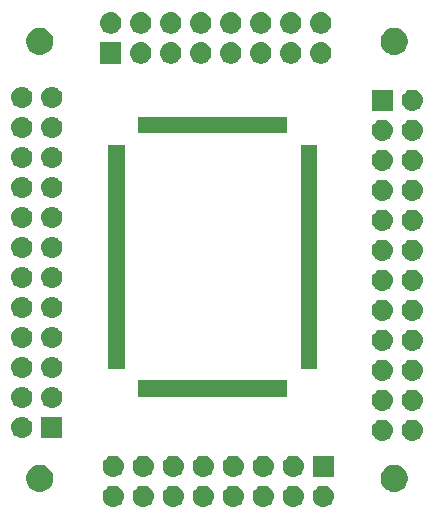
<source format=gbr>
G04 #@! TF.GenerationSoftware,KiCad,Pcbnew,(5.1.2)-2*
G04 #@! TF.CreationDate,2019-08-20T02:28:55-06:00*
G04 #@! TF.ProjectId,pqfp_80_breakout,70716670-5f38-4305-9f62-7265616b6f75,rev?*
G04 #@! TF.SameCoordinates,Original*
G04 #@! TF.FileFunction,Soldermask,Top*
G04 #@! TF.FilePolarity,Negative*
%FSLAX46Y46*%
G04 Gerber Fmt 4.6, Leading zero omitted, Abs format (unit mm)*
G04 Created by KiCad (PCBNEW (5.1.2)-2) date 2019-08-20 02:28:55*
%MOMM*%
%LPD*%
G04 APERTURE LIST*
%ADD10C,0.100000*%
G04 APERTURE END LIST*
D10*
G36*
X160110443Y-93645519D02*
G01*
X160176627Y-93652037D01*
X160346466Y-93703557D01*
X160502991Y-93787222D01*
X160538729Y-93816552D01*
X160640186Y-93899814D01*
X160723448Y-94001271D01*
X160752778Y-94037009D01*
X160836443Y-94193534D01*
X160887963Y-94363373D01*
X160905359Y-94540000D01*
X160887963Y-94716627D01*
X160836443Y-94886466D01*
X160752778Y-95042991D01*
X160723448Y-95078729D01*
X160640186Y-95180186D01*
X160538729Y-95263448D01*
X160502991Y-95292778D01*
X160346466Y-95376443D01*
X160176627Y-95427963D01*
X160110442Y-95434482D01*
X160044260Y-95441000D01*
X159955740Y-95441000D01*
X159889558Y-95434482D01*
X159823373Y-95427963D01*
X159653534Y-95376443D01*
X159497009Y-95292778D01*
X159461271Y-95263448D01*
X159359814Y-95180186D01*
X159276552Y-95078729D01*
X159247222Y-95042991D01*
X159163557Y-94886466D01*
X159112037Y-94716627D01*
X159094641Y-94540000D01*
X159112037Y-94363373D01*
X159163557Y-94193534D01*
X159247222Y-94037009D01*
X159276552Y-94001271D01*
X159359814Y-93899814D01*
X159461271Y-93816552D01*
X159497009Y-93787222D01*
X159653534Y-93703557D01*
X159823373Y-93652037D01*
X159889557Y-93645519D01*
X159955740Y-93639000D01*
X160044260Y-93639000D01*
X160110443Y-93645519D01*
X160110443Y-93645519D01*
G37*
G36*
X142330443Y-93645519D02*
G01*
X142396627Y-93652037D01*
X142566466Y-93703557D01*
X142722991Y-93787222D01*
X142758729Y-93816552D01*
X142860186Y-93899814D01*
X142943448Y-94001271D01*
X142972778Y-94037009D01*
X143056443Y-94193534D01*
X143107963Y-94363373D01*
X143125359Y-94540000D01*
X143107963Y-94716627D01*
X143056443Y-94886466D01*
X142972778Y-95042991D01*
X142943448Y-95078729D01*
X142860186Y-95180186D01*
X142758729Y-95263448D01*
X142722991Y-95292778D01*
X142566466Y-95376443D01*
X142396627Y-95427963D01*
X142330442Y-95434482D01*
X142264260Y-95441000D01*
X142175740Y-95441000D01*
X142109558Y-95434482D01*
X142043373Y-95427963D01*
X141873534Y-95376443D01*
X141717009Y-95292778D01*
X141681271Y-95263448D01*
X141579814Y-95180186D01*
X141496552Y-95078729D01*
X141467222Y-95042991D01*
X141383557Y-94886466D01*
X141332037Y-94716627D01*
X141314641Y-94540000D01*
X141332037Y-94363373D01*
X141383557Y-94193534D01*
X141467222Y-94037009D01*
X141496552Y-94001271D01*
X141579814Y-93899814D01*
X141681271Y-93816552D01*
X141717009Y-93787222D01*
X141873534Y-93703557D01*
X142043373Y-93652037D01*
X142109557Y-93645519D01*
X142175740Y-93639000D01*
X142264260Y-93639000D01*
X142330443Y-93645519D01*
X142330443Y-93645519D01*
G37*
G36*
X144870443Y-93645519D02*
G01*
X144936627Y-93652037D01*
X145106466Y-93703557D01*
X145262991Y-93787222D01*
X145298729Y-93816552D01*
X145400186Y-93899814D01*
X145483448Y-94001271D01*
X145512778Y-94037009D01*
X145596443Y-94193534D01*
X145647963Y-94363373D01*
X145665359Y-94540000D01*
X145647963Y-94716627D01*
X145596443Y-94886466D01*
X145512778Y-95042991D01*
X145483448Y-95078729D01*
X145400186Y-95180186D01*
X145298729Y-95263448D01*
X145262991Y-95292778D01*
X145106466Y-95376443D01*
X144936627Y-95427963D01*
X144870442Y-95434482D01*
X144804260Y-95441000D01*
X144715740Y-95441000D01*
X144649558Y-95434482D01*
X144583373Y-95427963D01*
X144413534Y-95376443D01*
X144257009Y-95292778D01*
X144221271Y-95263448D01*
X144119814Y-95180186D01*
X144036552Y-95078729D01*
X144007222Y-95042991D01*
X143923557Y-94886466D01*
X143872037Y-94716627D01*
X143854641Y-94540000D01*
X143872037Y-94363373D01*
X143923557Y-94193534D01*
X144007222Y-94037009D01*
X144036552Y-94001271D01*
X144119814Y-93899814D01*
X144221271Y-93816552D01*
X144257009Y-93787222D01*
X144413534Y-93703557D01*
X144583373Y-93652037D01*
X144649557Y-93645519D01*
X144715740Y-93639000D01*
X144804260Y-93639000D01*
X144870443Y-93645519D01*
X144870443Y-93645519D01*
G37*
G36*
X147410443Y-93645519D02*
G01*
X147476627Y-93652037D01*
X147646466Y-93703557D01*
X147802991Y-93787222D01*
X147838729Y-93816552D01*
X147940186Y-93899814D01*
X148023448Y-94001271D01*
X148052778Y-94037009D01*
X148136443Y-94193534D01*
X148187963Y-94363373D01*
X148205359Y-94540000D01*
X148187963Y-94716627D01*
X148136443Y-94886466D01*
X148052778Y-95042991D01*
X148023448Y-95078729D01*
X147940186Y-95180186D01*
X147838729Y-95263448D01*
X147802991Y-95292778D01*
X147646466Y-95376443D01*
X147476627Y-95427963D01*
X147410442Y-95434482D01*
X147344260Y-95441000D01*
X147255740Y-95441000D01*
X147189558Y-95434482D01*
X147123373Y-95427963D01*
X146953534Y-95376443D01*
X146797009Y-95292778D01*
X146761271Y-95263448D01*
X146659814Y-95180186D01*
X146576552Y-95078729D01*
X146547222Y-95042991D01*
X146463557Y-94886466D01*
X146412037Y-94716627D01*
X146394641Y-94540000D01*
X146412037Y-94363373D01*
X146463557Y-94193534D01*
X146547222Y-94037009D01*
X146576552Y-94001271D01*
X146659814Y-93899814D01*
X146761271Y-93816552D01*
X146797009Y-93787222D01*
X146953534Y-93703557D01*
X147123373Y-93652037D01*
X147189557Y-93645519D01*
X147255740Y-93639000D01*
X147344260Y-93639000D01*
X147410443Y-93645519D01*
X147410443Y-93645519D01*
G37*
G36*
X149950443Y-93645519D02*
G01*
X150016627Y-93652037D01*
X150186466Y-93703557D01*
X150342991Y-93787222D01*
X150378729Y-93816552D01*
X150480186Y-93899814D01*
X150563448Y-94001271D01*
X150592778Y-94037009D01*
X150676443Y-94193534D01*
X150727963Y-94363373D01*
X150745359Y-94540000D01*
X150727963Y-94716627D01*
X150676443Y-94886466D01*
X150592778Y-95042991D01*
X150563448Y-95078729D01*
X150480186Y-95180186D01*
X150378729Y-95263448D01*
X150342991Y-95292778D01*
X150186466Y-95376443D01*
X150016627Y-95427963D01*
X149950442Y-95434482D01*
X149884260Y-95441000D01*
X149795740Y-95441000D01*
X149729558Y-95434482D01*
X149663373Y-95427963D01*
X149493534Y-95376443D01*
X149337009Y-95292778D01*
X149301271Y-95263448D01*
X149199814Y-95180186D01*
X149116552Y-95078729D01*
X149087222Y-95042991D01*
X149003557Y-94886466D01*
X148952037Y-94716627D01*
X148934641Y-94540000D01*
X148952037Y-94363373D01*
X149003557Y-94193534D01*
X149087222Y-94037009D01*
X149116552Y-94001271D01*
X149199814Y-93899814D01*
X149301271Y-93816552D01*
X149337009Y-93787222D01*
X149493534Y-93703557D01*
X149663373Y-93652037D01*
X149729557Y-93645519D01*
X149795740Y-93639000D01*
X149884260Y-93639000D01*
X149950443Y-93645519D01*
X149950443Y-93645519D01*
G37*
G36*
X155030443Y-93645519D02*
G01*
X155096627Y-93652037D01*
X155266466Y-93703557D01*
X155422991Y-93787222D01*
X155458729Y-93816552D01*
X155560186Y-93899814D01*
X155643448Y-94001271D01*
X155672778Y-94037009D01*
X155756443Y-94193534D01*
X155807963Y-94363373D01*
X155825359Y-94540000D01*
X155807963Y-94716627D01*
X155756443Y-94886466D01*
X155672778Y-95042991D01*
X155643448Y-95078729D01*
X155560186Y-95180186D01*
X155458729Y-95263448D01*
X155422991Y-95292778D01*
X155266466Y-95376443D01*
X155096627Y-95427963D01*
X155030442Y-95434482D01*
X154964260Y-95441000D01*
X154875740Y-95441000D01*
X154809558Y-95434482D01*
X154743373Y-95427963D01*
X154573534Y-95376443D01*
X154417009Y-95292778D01*
X154381271Y-95263448D01*
X154279814Y-95180186D01*
X154196552Y-95078729D01*
X154167222Y-95042991D01*
X154083557Y-94886466D01*
X154032037Y-94716627D01*
X154014641Y-94540000D01*
X154032037Y-94363373D01*
X154083557Y-94193534D01*
X154167222Y-94037009D01*
X154196552Y-94001271D01*
X154279814Y-93899814D01*
X154381271Y-93816552D01*
X154417009Y-93787222D01*
X154573534Y-93703557D01*
X154743373Y-93652037D01*
X154809557Y-93645519D01*
X154875740Y-93639000D01*
X154964260Y-93639000D01*
X155030443Y-93645519D01*
X155030443Y-93645519D01*
G37*
G36*
X152490443Y-93645519D02*
G01*
X152556627Y-93652037D01*
X152726466Y-93703557D01*
X152882991Y-93787222D01*
X152918729Y-93816552D01*
X153020186Y-93899814D01*
X153103448Y-94001271D01*
X153132778Y-94037009D01*
X153216443Y-94193534D01*
X153267963Y-94363373D01*
X153285359Y-94540000D01*
X153267963Y-94716627D01*
X153216443Y-94886466D01*
X153132778Y-95042991D01*
X153103448Y-95078729D01*
X153020186Y-95180186D01*
X152918729Y-95263448D01*
X152882991Y-95292778D01*
X152726466Y-95376443D01*
X152556627Y-95427963D01*
X152490442Y-95434482D01*
X152424260Y-95441000D01*
X152335740Y-95441000D01*
X152269558Y-95434482D01*
X152203373Y-95427963D01*
X152033534Y-95376443D01*
X151877009Y-95292778D01*
X151841271Y-95263448D01*
X151739814Y-95180186D01*
X151656552Y-95078729D01*
X151627222Y-95042991D01*
X151543557Y-94886466D01*
X151492037Y-94716627D01*
X151474641Y-94540000D01*
X151492037Y-94363373D01*
X151543557Y-94193534D01*
X151627222Y-94037009D01*
X151656552Y-94001271D01*
X151739814Y-93899814D01*
X151841271Y-93816552D01*
X151877009Y-93787222D01*
X152033534Y-93703557D01*
X152203373Y-93652037D01*
X152269557Y-93645519D01*
X152335740Y-93639000D01*
X152424260Y-93639000D01*
X152490443Y-93645519D01*
X152490443Y-93645519D01*
G37*
G36*
X157570443Y-93645519D02*
G01*
X157636627Y-93652037D01*
X157806466Y-93703557D01*
X157962991Y-93787222D01*
X157998729Y-93816552D01*
X158100186Y-93899814D01*
X158183448Y-94001271D01*
X158212778Y-94037009D01*
X158296443Y-94193534D01*
X158347963Y-94363373D01*
X158365359Y-94540000D01*
X158347963Y-94716627D01*
X158296443Y-94886466D01*
X158212778Y-95042991D01*
X158183448Y-95078729D01*
X158100186Y-95180186D01*
X157998729Y-95263448D01*
X157962991Y-95292778D01*
X157806466Y-95376443D01*
X157636627Y-95427963D01*
X157570442Y-95434482D01*
X157504260Y-95441000D01*
X157415740Y-95441000D01*
X157349558Y-95434482D01*
X157283373Y-95427963D01*
X157113534Y-95376443D01*
X156957009Y-95292778D01*
X156921271Y-95263448D01*
X156819814Y-95180186D01*
X156736552Y-95078729D01*
X156707222Y-95042991D01*
X156623557Y-94886466D01*
X156572037Y-94716627D01*
X156554641Y-94540000D01*
X156572037Y-94363373D01*
X156623557Y-94193534D01*
X156707222Y-94037009D01*
X156736552Y-94001271D01*
X156819814Y-93899814D01*
X156921271Y-93816552D01*
X156957009Y-93787222D01*
X157113534Y-93703557D01*
X157283373Y-93652037D01*
X157349557Y-93645519D01*
X157415740Y-93639000D01*
X157504260Y-93639000D01*
X157570443Y-93645519D01*
X157570443Y-93645519D01*
G37*
G36*
X166224549Y-91871116D02*
G01*
X166335734Y-91893232D01*
X166545203Y-91979997D01*
X166733720Y-92105960D01*
X166894040Y-92266280D01*
X167020003Y-92454797D01*
X167106768Y-92664266D01*
X167151000Y-92886636D01*
X167151000Y-93113364D01*
X167106768Y-93335734D01*
X167020003Y-93545203D01*
X166894040Y-93733720D01*
X166733720Y-93894040D01*
X166545203Y-94020003D01*
X166335734Y-94106768D01*
X166224549Y-94128884D01*
X166113365Y-94151000D01*
X165886635Y-94151000D01*
X165775451Y-94128884D01*
X165664266Y-94106768D01*
X165454797Y-94020003D01*
X165266280Y-93894040D01*
X165105960Y-93733720D01*
X164979997Y-93545203D01*
X164893232Y-93335734D01*
X164849000Y-93113364D01*
X164849000Y-92886636D01*
X164893232Y-92664266D01*
X164979997Y-92454797D01*
X165105960Y-92266280D01*
X165266280Y-92105960D01*
X165454797Y-91979997D01*
X165664266Y-91893232D01*
X165775451Y-91871116D01*
X165886635Y-91849000D01*
X166113365Y-91849000D01*
X166224549Y-91871116D01*
X166224549Y-91871116D01*
G37*
G36*
X136224549Y-91871116D02*
G01*
X136335734Y-91893232D01*
X136545203Y-91979997D01*
X136733720Y-92105960D01*
X136894040Y-92266280D01*
X137020003Y-92454797D01*
X137106768Y-92664266D01*
X137151000Y-92886636D01*
X137151000Y-93113364D01*
X137106768Y-93335734D01*
X137020003Y-93545203D01*
X136894040Y-93733720D01*
X136733720Y-93894040D01*
X136545203Y-94020003D01*
X136335734Y-94106768D01*
X136224549Y-94128884D01*
X136113365Y-94151000D01*
X135886635Y-94151000D01*
X135775451Y-94128884D01*
X135664266Y-94106768D01*
X135454797Y-94020003D01*
X135266280Y-93894040D01*
X135105960Y-93733720D01*
X134979997Y-93545203D01*
X134893232Y-93335734D01*
X134849000Y-93113364D01*
X134849000Y-92886636D01*
X134893232Y-92664266D01*
X134979997Y-92454797D01*
X135105960Y-92266280D01*
X135266280Y-92105960D01*
X135454797Y-91979997D01*
X135664266Y-91893232D01*
X135775451Y-91871116D01*
X135886635Y-91849000D01*
X136113365Y-91849000D01*
X136224549Y-91871116D01*
X136224549Y-91871116D01*
G37*
G36*
X155030442Y-91105518D02*
G01*
X155096627Y-91112037D01*
X155266466Y-91163557D01*
X155422991Y-91247222D01*
X155458729Y-91276552D01*
X155560186Y-91359814D01*
X155643448Y-91461271D01*
X155672778Y-91497009D01*
X155756443Y-91653534D01*
X155807963Y-91823373D01*
X155825359Y-92000000D01*
X155807963Y-92176627D01*
X155756443Y-92346466D01*
X155672778Y-92502991D01*
X155643448Y-92538729D01*
X155560186Y-92640186D01*
X155458729Y-92723448D01*
X155422991Y-92752778D01*
X155266466Y-92836443D01*
X155096627Y-92887963D01*
X155030442Y-92894482D01*
X154964260Y-92901000D01*
X154875740Y-92901000D01*
X154809557Y-92894481D01*
X154743373Y-92887963D01*
X154573534Y-92836443D01*
X154417009Y-92752778D01*
X154381271Y-92723448D01*
X154279814Y-92640186D01*
X154196552Y-92538729D01*
X154167222Y-92502991D01*
X154083557Y-92346466D01*
X154032037Y-92176627D01*
X154014641Y-92000000D01*
X154032037Y-91823373D01*
X154083557Y-91653534D01*
X154167222Y-91497009D01*
X154196552Y-91461271D01*
X154279814Y-91359814D01*
X154381271Y-91276552D01*
X154417009Y-91247222D01*
X154573534Y-91163557D01*
X154743373Y-91112037D01*
X154809558Y-91105518D01*
X154875740Y-91099000D01*
X154964260Y-91099000D01*
X155030442Y-91105518D01*
X155030442Y-91105518D01*
G37*
G36*
X149950442Y-91105518D02*
G01*
X150016627Y-91112037D01*
X150186466Y-91163557D01*
X150342991Y-91247222D01*
X150378729Y-91276552D01*
X150480186Y-91359814D01*
X150563448Y-91461271D01*
X150592778Y-91497009D01*
X150676443Y-91653534D01*
X150727963Y-91823373D01*
X150745359Y-92000000D01*
X150727963Y-92176627D01*
X150676443Y-92346466D01*
X150592778Y-92502991D01*
X150563448Y-92538729D01*
X150480186Y-92640186D01*
X150378729Y-92723448D01*
X150342991Y-92752778D01*
X150186466Y-92836443D01*
X150016627Y-92887963D01*
X149950442Y-92894482D01*
X149884260Y-92901000D01*
X149795740Y-92901000D01*
X149729557Y-92894481D01*
X149663373Y-92887963D01*
X149493534Y-92836443D01*
X149337009Y-92752778D01*
X149301271Y-92723448D01*
X149199814Y-92640186D01*
X149116552Y-92538729D01*
X149087222Y-92502991D01*
X149003557Y-92346466D01*
X148952037Y-92176627D01*
X148934641Y-92000000D01*
X148952037Y-91823373D01*
X149003557Y-91653534D01*
X149087222Y-91497009D01*
X149116552Y-91461271D01*
X149199814Y-91359814D01*
X149301271Y-91276552D01*
X149337009Y-91247222D01*
X149493534Y-91163557D01*
X149663373Y-91112037D01*
X149729558Y-91105518D01*
X149795740Y-91099000D01*
X149884260Y-91099000D01*
X149950442Y-91105518D01*
X149950442Y-91105518D01*
G37*
G36*
X147410442Y-91105518D02*
G01*
X147476627Y-91112037D01*
X147646466Y-91163557D01*
X147802991Y-91247222D01*
X147838729Y-91276552D01*
X147940186Y-91359814D01*
X148023448Y-91461271D01*
X148052778Y-91497009D01*
X148136443Y-91653534D01*
X148187963Y-91823373D01*
X148205359Y-92000000D01*
X148187963Y-92176627D01*
X148136443Y-92346466D01*
X148052778Y-92502991D01*
X148023448Y-92538729D01*
X147940186Y-92640186D01*
X147838729Y-92723448D01*
X147802991Y-92752778D01*
X147646466Y-92836443D01*
X147476627Y-92887963D01*
X147410442Y-92894482D01*
X147344260Y-92901000D01*
X147255740Y-92901000D01*
X147189557Y-92894481D01*
X147123373Y-92887963D01*
X146953534Y-92836443D01*
X146797009Y-92752778D01*
X146761271Y-92723448D01*
X146659814Y-92640186D01*
X146576552Y-92538729D01*
X146547222Y-92502991D01*
X146463557Y-92346466D01*
X146412037Y-92176627D01*
X146394641Y-92000000D01*
X146412037Y-91823373D01*
X146463557Y-91653534D01*
X146547222Y-91497009D01*
X146576552Y-91461271D01*
X146659814Y-91359814D01*
X146761271Y-91276552D01*
X146797009Y-91247222D01*
X146953534Y-91163557D01*
X147123373Y-91112037D01*
X147189558Y-91105518D01*
X147255740Y-91099000D01*
X147344260Y-91099000D01*
X147410442Y-91105518D01*
X147410442Y-91105518D01*
G37*
G36*
X157570442Y-91105518D02*
G01*
X157636627Y-91112037D01*
X157806466Y-91163557D01*
X157962991Y-91247222D01*
X157998729Y-91276552D01*
X158100186Y-91359814D01*
X158183448Y-91461271D01*
X158212778Y-91497009D01*
X158296443Y-91653534D01*
X158347963Y-91823373D01*
X158365359Y-92000000D01*
X158347963Y-92176627D01*
X158296443Y-92346466D01*
X158212778Y-92502991D01*
X158183448Y-92538729D01*
X158100186Y-92640186D01*
X157998729Y-92723448D01*
X157962991Y-92752778D01*
X157806466Y-92836443D01*
X157636627Y-92887963D01*
X157570442Y-92894482D01*
X157504260Y-92901000D01*
X157415740Y-92901000D01*
X157349557Y-92894481D01*
X157283373Y-92887963D01*
X157113534Y-92836443D01*
X156957009Y-92752778D01*
X156921271Y-92723448D01*
X156819814Y-92640186D01*
X156736552Y-92538729D01*
X156707222Y-92502991D01*
X156623557Y-92346466D01*
X156572037Y-92176627D01*
X156554641Y-92000000D01*
X156572037Y-91823373D01*
X156623557Y-91653534D01*
X156707222Y-91497009D01*
X156736552Y-91461271D01*
X156819814Y-91359814D01*
X156921271Y-91276552D01*
X156957009Y-91247222D01*
X157113534Y-91163557D01*
X157283373Y-91112037D01*
X157349558Y-91105518D01*
X157415740Y-91099000D01*
X157504260Y-91099000D01*
X157570442Y-91105518D01*
X157570442Y-91105518D01*
G37*
G36*
X144870442Y-91105518D02*
G01*
X144936627Y-91112037D01*
X145106466Y-91163557D01*
X145262991Y-91247222D01*
X145298729Y-91276552D01*
X145400186Y-91359814D01*
X145483448Y-91461271D01*
X145512778Y-91497009D01*
X145596443Y-91653534D01*
X145647963Y-91823373D01*
X145665359Y-92000000D01*
X145647963Y-92176627D01*
X145596443Y-92346466D01*
X145512778Y-92502991D01*
X145483448Y-92538729D01*
X145400186Y-92640186D01*
X145298729Y-92723448D01*
X145262991Y-92752778D01*
X145106466Y-92836443D01*
X144936627Y-92887963D01*
X144870442Y-92894482D01*
X144804260Y-92901000D01*
X144715740Y-92901000D01*
X144649557Y-92894481D01*
X144583373Y-92887963D01*
X144413534Y-92836443D01*
X144257009Y-92752778D01*
X144221271Y-92723448D01*
X144119814Y-92640186D01*
X144036552Y-92538729D01*
X144007222Y-92502991D01*
X143923557Y-92346466D01*
X143872037Y-92176627D01*
X143854641Y-92000000D01*
X143872037Y-91823373D01*
X143923557Y-91653534D01*
X144007222Y-91497009D01*
X144036552Y-91461271D01*
X144119814Y-91359814D01*
X144221271Y-91276552D01*
X144257009Y-91247222D01*
X144413534Y-91163557D01*
X144583373Y-91112037D01*
X144649558Y-91105518D01*
X144715740Y-91099000D01*
X144804260Y-91099000D01*
X144870442Y-91105518D01*
X144870442Y-91105518D01*
G37*
G36*
X160901000Y-92901000D02*
G01*
X159099000Y-92901000D01*
X159099000Y-91099000D01*
X160901000Y-91099000D01*
X160901000Y-92901000D01*
X160901000Y-92901000D01*
G37*
G36*
X142330442Y-91105518D02*
G01*
X142396627Y-91112037D01*
X142566466Y-91163557D01*
X142722991Y-91247222D01*
X142758729Y-91276552D01*
X142860186Y-91359814D01*
X142943448Y-91461271D01*
X142972778Y-91497009D01*
X143056443Y-91653534D01*
X143107963Y-91823373D01*
X143125359Y-92000000D01*
X143107963Y-92176627D01*
X143056443Y-92346466D01*
X142972778Y-92502991D01*
X142943448Y-92538729D01*
X142860186Y-92640186D01*
X142758729Y-92723448D01*
X142722991Y-92752778D01*
X142566466Y-92836443D01*
X142396627Y-92887963D01*
X142330442Y-92894482D01*
X142264260Y-92901000D01*
X142175740Y-92901000D01*
X142109557Y-92894481D01*
X142043373Y-92887963D01*
X141873534Y-92836443D01*
X141717009Y-92752778D01*
X141681271Y-92723448D01*
X141579814Y-92640186D01*
X141496552Y-92538729D01*
X141467222Y-92502991D01*
X141383557Y-92346466D01*
X141332037Y-92176627D01*
X141314641Y-92000000D01*
X141332037Y-91823373D01*
X141383557Y-91653534D01*
X141467222Y-91497009D01*
X141496552Y-91461271D01*
X141579814Y-91359814D01*
X141681271Y-91276552D01*
X141717009Y-91247222D01*
X141873534Y-91163557D01*
X142043373Y-91112037D01*
X142109558Y-91105518D01*
X142175740Y-91099000D01*
X142264260Y-91099000D01*
X142330442Y-91105518D01*
X142330442Y-91105518D01*
G37*
G36*
X152490442Y-91105518D02*
G01*
X152556627Y-91112037D01*
X152726466Y-91163557D01*
X152882991Y-91247222D01*
X152918729Y-91276552D01*
X153020186Y-91359814D01*
X153103448Y-91461271D01*
X153132778Y-91497009D01*
X153216443Y-91653534D01*
X153267963Y-91823373D01*
X153285359Y-92000000D01*
X153267963Y-92176627D01*
X153216443Y-92346466D01*
X153132778Y-92502991D01*
X153103448Y-92538729D01*
X153020186Y-92640186D01*
X152918729Y-92723448D01*
X152882991Y-92752778D01*
X152726466Y-92836443D01*
X152556627Y-92887963D01*
X152490442Y-92894482D01*
X152424260Y-92901000D01*
X152335740Y-92901000D01*
X152269557Y-92894481D01*
X152203373Y-92887963D01*
X152033534Y-92836443D01*
X151877009Y-92752778D01*
X151841271Y-92723448D01*
X151739814Y-92640186D01*
X151656552Y-92538729D01*
X151627222Y-92502991D01*
X151543557Y-92346466D01*
X151492037Y-92176627D01*
X151474641Y-92000000D01*
X151492037Y-91823373D01*
X151543557Y-91653534D01*
X151627222Y-91497009D01*
X151656552Y-91461271D01*
X151739814Y-91359814D01*
X151841271Y-91276552D01*
X151877009Y-91247222D01*
X152033534Y-91163557D01*
X152203373Y-91112037D01*
X152269558Y-91105518D01*
X152335740Y-91099000D01*
X152424260Y-91099000D01*
X152490442Y-91105518D01*
X152490442Y-91105518D01*
G37*
G36*
X165110443Y-88045519D02*
G01*
X165176627Y-88052037D01*
X165346466Y-88103557D01*
X165502991Y-88187222D01*
X165538729Y-88216552D01*
X165640186Y-88299814D01*
X165723448Y-88401271D01*
X165752778Y-88437009D01*
X165836443Y-88593534D01*
X165887963Y-88763373D01*
X165905359Y-88940000D01*
X165887963Y-89116627D01*
X165836443Y-89286466D01*
X165752778Y-89442991D01*
X165744745Y-89452779D01*
X165640186Y-89580186D01*
X165538729Y-89663448D01*
X165502991Y-89692778D01*
X165346466Y-89776443D01*
X165176627Y-89827963D01*
X165110443Y-89834481D01*
X165044260Y-89841000D01*
X164955740Y-89841000D01*
X164889557Y-89834481D01*
X164823373Y-89827963D01*
X164653534Y-89776443D01*
X164497009Y-89692778D01*
X164461271Y-89663448D01*
X164359814Y-89580186D01*
X164255255Y-89452779D01*
X164247222Y-89442991D01*
X164163557Y-89286466D01*
X164112037Y-89116627D01*
X164094641Y-88940000D01*
X164112037Y-88763373D01*
X164163557Y-88593534D01*
X164247222Y-88437009D01*
X164276552Y-88401271D01*
X164359814Y-88299814D01*
X164461271Y-88216552D01*
X164497009Y-88187222D01*
X164653534Y-88103557D01*
X164823373Y-88052037D01*
X164889557Y-88045519D01*
X164955740Y-88039000D01*
X165044260Y-88039000D01*
X165110443Y-88045519D01*
X165110443Y-88045519D01*
G37*
G36*
X167650443Y-88045519D02*
G01*
X167716627Y-88052037D01*
X167886466Y-88103557D01*
X168042991Y-88187222D01*
X168078729Y-88216552D01*
X168180186Y-88299814D01*
X168263448Y-88401271D01*
X168292778Y-88437009D01*
X168376443Y-88593534D01*
X168427963Y-88763373D01*
X168445359Y-88940000D01*
X168427963Y-89116627D01*
X168376443Y-89286466D01*
X168292778Y-89442991D01*
X168284745Y-89452779D01*
X168180186Y-89580186D01*
X168078729Y-89663448D01*
X168042991Y-89692778D01*
X167886466Y-89776443D01*
X167716627Y-89827963D01*
X167650443Y-89834481D01*
X167584260Y-89841000D01*
X167495740Y-89841000D01*
X167429557Y-89834481D01*
X167363373Y-89827963D01*
X167193534Y-89776443D01*
X167037009Y-89692778D01*
X167001271Y-89663448D01*
X166899814Y-89580186D01*
X166795255Y-89452779D01*
X166787222Y-89442991D01*
X166703557Y-89286466D01*
X166652037Y-89116627D01*
X166634641Y-88940000D01*
X166652037Y-88763373D01*
X166703557Y-88593534D01*
X166787222Y-88437009D01*
X166816552Y-88401271D01*
X166899814Y-88299814D01*
X167001271Y-88216552D01*
X167037009Y-88187222D01*
X167193534Y-88103557D01*
X167363373Y-88052037D01*
X167429557Y-88045519D01*
X167495740Y-88039000D01*
X167584260Y-88039000D01*
X167650443Y-88045519D01*
X167650443Y-88045519D01*
G37*
G36*
X134570443Y-87805519D02*
G01*
X134636627Y-87812037D01*
X134806466Y-87863557D01*
X134962991Y-87947222D01*
X134998729Y-87976552D01*
X135100186Y-88059814D01*
X135183448Y-88161271D01*
X135212778Y-88197009D01*
X135296443Y-88353534D01*
X135347963Y-88523373D01*
X135365359Y-88700000D01*
X135347963Y-88876627D01*
X135296443Y-89046466D01*
X135212778Y-89202991D01*
X135183448Y-89238729D01*
X135100186Y-89340186D01*
X134998729Y-89423448D01*
X134962991Y-89452778D01*
X134806466Y-89536443D01*
X134636627Y-89587963D01*
X134570443Y-89594481D01*
X134504260Y-89601000D01*
X134415740Y-89601000D01*
X134349557Y-89594481D01*
X134283373Y-89587963D01*
X134113534Y-89536443D01*
X133957009Y-89452778D01*
X133921271Y-89423448D01*
X133819814Y-89340186D01*
X133736552Y-89238729D01*
X133707222Y-89202991D01*
X133623557Y-89046466D01*
X133572037Y-88876627D01*
X133554641Y-88700000D01*
X133572037Y-88523373D01*
X133623557Y-88353534D01*
X133707222Y-88197009D01*
X133736552Y-88161271D01*
X133819814Y-88059814D01*
X133921271Y-87976552D01*
X133957009Y-87947222D01*
X134113534Y-87863557D01*
X134283373Y-87812037D01*
X134349557Y-87805519D01*
X134415740Y-87799000D01*
X134504260Y-87799000D01*
X134570443Y-87805519D01*
X134570443Y-87805519D01*
G37*
G36*
X137901000Y-89601000D02*
G01*
X136099000Y-89601000D01*
X136099000Y-87799000D01*
X137901000Y-87799000D01*
X137901000Y-89601000D01*
X137901000Y-89601000D01*
G37*
G36*
X167650442Y-85505518D02*
G01*
X167716627Y-85512037D01*
X167886466Y-85563557D01*
X168042991Y-85647222D01*
X168078729Y-85676552D01*
X168180186Y-85759814D01*
X168263448Y-85861271D01*
X168292778Y-85897009D01*
X168376443Y-86053534D01*
X168427963Y-86223373D01*
X168445359Y-86400000D01*
X168427963Y-86576627D01*
X168376443Y-86746466D01*
X168292778Y-86902991D01*
X168284745Y-86912779D01*
X168180186Y-87040186D01*
X168078729Y-87123448D01*
X168042991Y-87152778D01*
X167886466Y-87236443D01*
X167716627Y-87287963D01*
X167650443Y-87294481D01*
X167584260Y-87301000D01*
X167495740Y-87301000D01*
X167429557Y-87294481D01*
X167363373Y-87287963D01*
X167193534Y-87236443D01*
X167037009Y-87152778D01*
X167001271Y-87123448D01*
X166899814Y-87040186D01*
X166795255Y-86912779D01*
X166787222Y-86902991D01*
X166703557Y-86746466D01*
X166652037Y-86576627D01*
X166634641Y-86400000D01*
X166652037Y-86223373D01*
X166703557Y-86053534D01*
X166787222Y-85897009D01*
X166816552Y-85861271D01*
X166899814Y-85759814D01*
X167001271Y-85676552D01*
X167037009Y-85647222D01*
X167193534Y-85563557D01*
X167363373Y-85512037D01*
X167429558Y-85505518D01*
X167495740Y-85499000D01*
X167584260Y-85499000D01*
X167650442Y-85505518D01*
X167650442Y-85505518D01*
G37*
G36*
X165110442Y-85505518D02*
G01*
X165176627Y-85512037D01*
X165346466Y-85563557D01*
X165502991Y-85647222D01*
X165538729Y-85676552D01*
X165640186Y-85759814D01*
X165723448Y-85861271D01*
X165752778Y-85897009D01*
X165836443Y-86053534D01*
X165887963Y-86223373D01*
X165905359Y-86400000D01*
X165887963Y-86576627D01*
X165836443Y-86746466D01*
X165752778Y-86902991D01*
X165744745Y-86912779D01*
X165640186Y-87040186D01*
X165538729Y-87123448D01*
X165502991Y-87152778D01*
X165346466Y-87236443D01*
X165176627Y-87287963D01*
X165110443Y-87294481D01*
X165044260Y-87301000D01*
X164955740Y-87301000D01*
X164889557Y-87294481D01*
X164823373Y-87287963D01*
X164653534Y-87236443D01*
X164497009Y-87152778D01*
X164461271Y-87123448D01*
X164359814Y-87040186D01*
X164255255Y-86912779D01*
X164247222Y-86902991D01*
X164163557Y-86746466D01*
X164112037Y-86576627D01*
X164094641Y-86400000D01*
X164112037Y-86223373D01*
X164163557Y-86053534D01*
X164247222Y-85897009D01*
X164276552Y-85861271D01*
X164359814Y-85759814D01*
X164461271Y-85676552D01*
X164497009Y-85647222D01*
X164653534Y-85563557D01*
X164823373Y-85512037D01*
X164889558Y-85505518D01*
X164955740Y-85499000D01*
X165044260Y-85499000D01*
X165110442Y-85505518D01*
X165110442Y-85505518D01*
G37*
G36*
X137110442Y-85265518D02*
G01*
X137176627Y-85272037D01*
X137346466Y-85323557D01*
X137502991Y-85407222D01*
X137538729Y-85436552D01*
X137640186Y-85519814D01*
X137723448Y-85621271D01*
X137752778Y-85657009D01*
X137836443Y-85813534D01*
X137887963Y-85983373D01*
X137905359Y-86160000D01*
X137887963Y-86336627D01*
X137836443Y-86506466D01*
X137752778Y-86662991D01*
X137723448Y-86698729D01*
X137640186Y-86800186D01*
X137538729Y-86883448D01*
X137502991Y-86912778D01*
X137346466Y-86996443D01*
X137176627Y-87047963D01*
X137110443Y-87054481D01*
X137044260Y-87061000D01*
X136955740Y-87061000D01*
X136889557Y-87054481D01*
X136823373Y-87047963D01*
X136653534Y-86996443D01*
X136497009Y-86912778D01*
X136461271Y-86883448D01*
X136359814Y-86800186D01*
X136276552Y-86698729D01*
X136247222Y-86662991D01*
X136163557Y-86506466D01*
X136112037Y-86336627D01*
X136094641Y-86160000D01*
X136112037Y-85983373D01*
X136163557Y-85813534D01*
X136247222Y-85657009D01*
X136276552Y-85621271D01*
X136359814Y-85519814D01*
X136461271Y-85436552D01*
X136497009Y-85407222D01*
X136653534Y-85323557D01*
X136823373Y-85272037D01*
X136889558Y-85265518D01*
X136955740Y-85259000D01*
X137044260Y-85259000D01*
X137110442Y-85265518D01*
X137110442Y-85265518D01*
G37*
G36*
X134570442Y-85265518D02*
G01*
X134636627Y-85272037D01*
X134806466Y-85323557D01*
X134962991Y-85407222D01*
X134998729Y-85436552D01*
X135100186Y-85519814D01*
X135183448Y-85621271D01*
X135212778Y-85657009D01*
X135296443Y-85813534D01*
X135347963Y-85983373D01*
X135365359Y-86160000D01*
X135347963Y-86336627D01*
X135296443Y-86506466D01*
X135212778Y-86662991D01*
X135183448Y-86698729D01*
X135100186Y-86800186D01*
X134998729Y-86883448D01*
X134962991Y-86912778D01*
X134806466Y-86996443D01*
X134636627Y-87047963D01*
X134570443Y-87054481D01*
X134504260Y-87061000D01*
X134415740Y-87061000D01*
X134349557Y-87054481D01*
X134283373Y-87047963D01*
X134113534Y-86996443D01*
X133957009Y-86912778D01*
X133921271Y-86883448D01*
X133819814Y-86800186D01*
X133736552Y-86698729D01*
X133707222Y-86662991D01*
X133623557Y-86506466D01*
X133572037Y-86336627D01*
X133554641Y-86160000D01*
X133572037Y-85983373D01*
X133623557Y-85813534D01*
X133707222Y-85657009D01*
X133736552Y-85621271D01*
X133819814Y-85519814D01*
X133921271Y-85436552D01*
X133957009Y-85407222D01*
X134113534Y-85323557D01*
X134283373Y-85272037D01*
X134349558Y-85265518D01*
X134415740Y-85259000D01*
X134504260Y-85259000D01*
X134570442Y-85265518D01*
X134570442Y-85265518D01*
G37*
G36*
X156951000Y-86101000D02*
G01*
X144349000Y-86101000D01*
X144349000Y-84699000D01*
X156951000Y-84699000D01*
X156951000Y-86101000D01*
X156951000Y-86101000D01*
G37*
G36*
X167650443Y-82965519D02*
G01*
X167716627Y-82972037D01*
X167886466Y-83023557D01*
X168042991Y-83107222D01*
X168078729Y-83136552D01*
X168180186Y-83219814D01*
X168263448Y-83321271D01*
X168292778Y-83357009D01*
X168376443Y-83513534D01*
X168427963Y-83683373D01*
X168445359Y-83860000D01*
X168427963Y-84036627D01*
X168376443Y-84206466D01*
X168292778Y-84362991D01*
X168284745Y-84372779D01*
X168180186Y-84500186D01*
X168078729Y-84583448D01*
X168042991Y-84612778D01*
X167886466Y-84696443D01*
X167716627Y-84747963D01*
X167650443Y-84754481D01*
X167584260Y-84761000D01*
X167495740Y-84761000D01*
X167429557Y-84754481D01*
X167363373Y-84747963D01*
X167193534Y-84696443D01*
X167037009Y-84612778D01*
X167001271Y-84583448D01*
X166899814Y-84500186D01*
X166795255Y-84372779D01*
X166787222Y-84362991D01*
X166703557Y-84206466D01*
X166652037Y-84036627D01*
X166634641Y-83860000D01*
X166652037Y-83683373D01*
X166703557Y-83513534D01*
X166787222Y-83357009D01*
X166816552Y-83321271D01*
X166899814Y-83219814D01*
X167001271Y-83136552D01*
X167037009Y-83107222D01*
X167193534Y-83023557D01*
X167363373Y-82972037D01*
X167429557Y-82965519D01*
X167495740Y-82959000D01*
X167584260Y-82959000D01*
X167650443Y-82965519D01*
X167650443Y-82965519D01*
G37*
G36*
X165110443Y-82965519D02*
G01*
X165176627Y-82972037D01*
X165346466Y-83023557D01*
X165502991Y-83107222D01*
X165538729Y-83136552D01*
X165640186Y-83219814D01*
X165723448Y-83321271D01*
X165752778Y-83357009D01*
X165836443Y-83513534D01*
X165887963Y-83683373D01*
X165905359Y-83860000D01*
X165887963Y-84036627D01*
X165836443Y-84206466D01*
X165752778Y-84362991D01*
X165744745Y-84372779D01*
X165640186Y-84500186D01*
X165538729Y-84583448D01*
X165502991Y-84612778D01*
X165346466Y-84696443D01*
X165176627Y-84747963D01*
X165110443Y-84754481D01*
X165044260Y-84761000D01*
X164955740Y-84761000D01*
X164889557Y-84754481D01*
X164823373Y-84747963D01*
X164653534Y-84696443D01*
X164497009Y-84612778D01*
X164461271Y-84583448D01*
X164359814Y-84500186D01*
X164255255Y-84372779D01*
X164247222Y-84362991D01*
X164163557Y-84206466D01*
X164112037Y-84036627D01*
X164094641Y-83860000D01*
X164112037Y-83683373D01*
X164163557Y-83513534D01*
X164247222Y-83357009D01*
X164276552Y-83321271D01*
X164359814Y-83219814D01*
X164461271Y-83136552D01*
X164497009Y-83107222D01*
X164653534Y-83023557D01*
X164823373Y-82972037D01*
X164889557Y-82965519D01*
X164955740Y-82959000D01*
X165044260Y-82959000D01*
X165110443Y-82965519D01*
X165110443Y-82965519D01*
G37*
G36*
X134570443Y-82725519D02*
G01*
X134636627Y-82732037D01*
X134806466Y-82783557D01*
X134962991Y-82867222D01*
X134998729Y-82896552D01*
X135100186Y-82979814D01*
X135183448Y-83081271D01*
X135212778Y-83117009D01*
X135296443Y-83273534D01*
X135347963Y-83443373D01*
X135365359Y-83620000D01*
X135347963Y-83796627D01*
X135296443Y-83966466D01*
X135212778Y-84122991D01*
X135183448Y-84158729D01*
X135100186Y-84260186D01*
X134998729Y-84343448D01*
X134962991Y-84372778D01*
X134806466Y-84456443D01*
X134636627Y-84507963D01*
X134570443Y-84514481D01*
X134504260Y-84521000D01*
X134415740Y-84521000D01*
X134349557Y-84514481D01*
X134283373Y-84507963D01*
X134113534Y-84456443D01*
X133957009Y-84372778D01*
X133921271Y-84343448D01*
X133819814Y-84260186D01*
X133736552Y-84158729D01*
X133707222Y-84122991D01*
X133623557Y-83966466D01*
X133572037Y-83796627D01*
X133554641Y-83620000D01*
X133572037Y-83443373D01*
X133623557Y-83273534D01*
X133707222Y-83117009D01*
X133736552Y-83081271D01*
X133819814Y-82979814D01*
X133921271Y-82896552D01*
X133957009Y-82867222D01*
X134113534Y-82783557D01*
X134283373Y-82732037D01*
X134349557Y-82725519D01*
X134415740Y-82719000D01*
X134504260Y-82719000D01*
X134570443Y-82725519D01*
X134570443Y-82725519D01*
G37*
G36*
X137110443Y-82725519D02*
G01*
X137176627Y-82732037D01*
X137346466Y-82783557D01*
X137502991Y-82867222D01*
X137538729Y-82896552D01*
X137640186Y-82979814D01*
X137723448Y-83081271D01*
X137752778Y-83117009D01*
X137836443Y-83273534D01*
X137887963Y-83443373D01*
X137905359Y-83620000D01*
X137887963Y-83796627D01*
X137836443Y-83966466D01*
X137752778Y-84122991D01*
X137723448Y-84158729D01*
X137640186Y-84260186D01*
X137538729Y-84343448D01*
X137502991Y-84372778D01*
X137346466Y-84456443D01*
X137176627Y-84507963D01*
X137110443Y-84514481D01*
X137044260Y-84521000D01*
X136955740Y-84521000D01*
X136889557Y-84514481D01*
X136823373Y-84507963D01*
X136653534Y-84456443D01*
X136497009Y-84372778D01*
X136461271Y-84343448D01*
X136359814Y-84260186D01*
X136276552Y-84158729D01*
X136247222Y-84122991D01*
X136163557Y-83966466D01*
X136112037Y-83796627D01*
X136094641Y-83620000D01*
X136112037Y-83443373D01*
X136163557Y-83273534D01*
X136247222Y-83117009D01*
X136276552Y-83081271D01*
X136359814Y-82979814D01*
X136461271Y-82896552D01*
X136497009Y-82867222D01*
X136653534Y-82783557D01*
X136823373Y-82732037D01*
X136889557Y-82725519D01*
X136955740Y-82719000D01*
X137044260Y-82719000D01*
X137110443Y-82725519D01*
X137110443Y-82725519D01*
G37*
G36*
X143201000Y-83751000D02*
G01*
X141799000Y-83751000D01*
X141799000Y-64749000D01*
X143201000Y-64749000D01*
X143201000Y-83751000D01*
X143201000Y-83751000D01*
G37*
G36*
X159501000Y-83751000D02*
G01*
X158099000Y-83751000D01*
X158099000Y-64749000D01*
X159501000Y-64749000D01*
X159501000Y-83751000D01*
X159501000Y-83751000D01*
G37*
G36*
X165110443Y-80425519D02*
G01*
X165176627Y-80432037D01*
X165346466Y-80483557D01*
X165502991Y-80567222D01*
X165538729Y-80596552D01*
X165640186Y-80679814D01*
X165723448Y-80781271D01*
X165752778Y-80817009D01*
X165836443Y-80973534D01*
X165887963Y-81143373D01*
X165905359Y-81320000D01*
X165887963Y-81496627D01*
X165836443Y-81666466D01*
X165752778Y-81822991D01*
X165744745Y-81832779D01*
X165640186Y-81960186D01*
X165538729Y-82043448D01*
X165502991Y-82072778D01*
X165346466Y-82156443D01*
X165176627Y-82207963D01*
X165110442Y-82214482D01*
X165044260Y-82221000D01*
X164955740Y-82221000D01*
X164889558Y-82214482D01*
X164823373Y-82207963D01*
X164653534Y-82156443D01*
X164497009Y-82072778D01*
X164461271Y-82043448D01*
X164359814Y-81960186D01*
X164255255Y-81832779D01*
X164247222Y-81822991D01*
X164163557Y-81666466D01*
X164112037Y-81496627D01*
X164094641Y-81320000D01*
X164112037Y-81143373D01*
X164163557Y-80973534D01*
X164247222Y-80817009D01*
X164276552Y-80781271D01*
X164359814Y-80679814D01*
X164461271Y-80596552D01*
X164497009Y-80567222D01*
X164653534Y-80483557D01*
X164823373Y-80432037D01*
X164889557Y-80425519D01*
X164955740Y-80419000D01*
X165044260Y-80419000D01*
X165110443Y-80425519D01*
X165110443Y-80425519D01*
G37*
G36*
X167650443Y-80425519D02*
G01*
X167716627Y-80432037D01*
X167886466Y-80483557D01*
X168042991Y-80567222D01*
X168078729Y-80596552D01*
X168180186Y-80679814D01*
X168263448Y-80781271D01*
X168292778Y-80817009D01*
X168376443Y-80973534D01*
X168427963Y-81143373D01*
X168445359Y-81320000D01*
X168427963Y-81496627D01*
X168376443Y-81666466D01*
X168292778Y-81822991D01*
X168284745Y-81832779D01*
X168180186Y-81960186D01*
X168078729Y-82043448D01*
X168042991Y-82072778D01*
X167886466Y-82156443D01*
X167716627Y-82207963D01*
X167650442Y-82214482D01*
X167584260Y-82221000D01*
X167495740Y-82221000D01*
X167429558Y-82214482D01*
X167363373Y-82207963D01*
X167193534Y-82156443D01*
X167037009Y-82072778D01*
X167001271Y-82043448D01*
X166899814Y-81960186D01*
X166795255Y-81832779D01*
X166787222Y-81822991D01*
X166703557Y-81666466D01*
X166652037Y-81496627D01*
X166634641Y-81320000D01*
X166652037Y-81143373D01*
X166703557Y-80973534D01*
X166787222Y-80817009D01*
X166816552Y-80781271D01*
X166899814Y-80679814D01*
X167001271Y-80596552D01*
X167037009Y-80567222D01*
X167193534Y-80483557D01*
X167363373Y-80432037D01*
X167429557Y-80425519D01*
X167495740Y-80419000D01*
X167584260Y-80419000D01*
X167650443Y-80425519D01*
X167650443Y-80425519D01*
G37*
G36*
X137110443Y-80185519D02*
G01*
X137176627Y-80192037D01*
X137346466Y-80243557D01*
X137502991Y-80327222D01*
X137538729Y-80356552D01*
X137640186Y-80439814D01*
X137723448Y-80541271D01*
X137752778Y-80577009D01*
X137836443Y-80733534D01*
X137887963Y-80903373D01*
X137905359Y-81080000D01*
X137887963Y-81256627D01*
X137836443Y-81426466D01*
X137752778Y-81582991D01*
X137723448Y-81618729D01*
X137640186Y-81720186D01*
X137538729Y-81803448D01*
X137502991Y-81832778D01*
X137346466Y-81916443D01*
X137176627Y-81967963D01*
X137110442Y-81974482D01*
X137044260Y-81981000D01*
X136955740Y-81981000D01*
X136889558Y-81974482D01*
X136823373Y-81967963D01*
X136653534Y-81916443D01*
X136497009Y-81832778D01*
X136461271Y-81803448D01*
X136359814Y-81720186D01*
X136276552Y-81618729D01*
X136247222Y-81582991D01*
X136163557Y-81426466D01*
X136112037Y-81256627D01*
X136094641Y-81080000D01*
X136112037Y-80903373D01*
X136163557Y-80733534D01*
X136247222Y-80577009D01*
X136276552Y-80541271D01*
X136359814Y-80439814D01*
X136461271Y-80356552D01*
X136497009Y-80327222D01*
X136653534Y-80243557D01*
X136823373Y-80192037D01*
X136889557Y-80185519D01*
X136955740Y-80179000D01*
X137044260Y-80179000D01*
X137110443Y-80185519D01*
X137110443Y-80185519D01*
G37*
G36*
X134570443Y-80185519D02*
G01*
X134636627Y-80192037D01*
X134806466Y-80243557D01*
X134962991Y-80327222D01*
X134998729Y-80356552D01*
X135100186Y-80439814D01*
X135183448Y-80541271D01*
X135212778Y-80577009D01*
X135296443Y-80733534D01*
X135347963Y-80903373D01*
X135365359Y-81080000D01*
X135347963Y-81256627D01*
X135296443Y-81426466D01*
X135212778Y-81582991D01*
X135183448Y-81618729D01*
X135100186Y-81720186D01*
X134998729Y-81803448D01*
X134962991Y-81832778D01*
X134806466Y-81916443D01*
X134636627Y-81967963D01*
X134570442Y-81974482D01*
X134504260Y-81981000D01*
X134415740Y-81981000D01*
X134349558Y-81974482D01*
X134283373Y-81967963D01*
X134113534Y-81916443D01*
X133957009Y-81832778D01*
X133921271Y-81803448D01*
X133819814Y-81720186D01*
X133736552Y-81618729D01*
X133707222Y-81582991D01*
X133623557Y-81426466D01*
X133572037Y-81256627D01*
X133554641Y-81080000D01*
X133572037Y-80903373D01*
X133623557Y-80733534D01*
X133707222Y-80577009D01*
X133736552Y-80541271D01*
X133819814Y-80439814D01*
X133921271Y-80356552D01*
X133957009Y-80327222D01*
X134113534Y-80243557D01*
X134283373Y-80192037D01*
X134349557Y-80185519D01*
X134415740Y-80179000D01*
X134504260Y-80179000D01*
X134570443Y-80185519D01*
X134570443Y-80185519D01*
G37*
G36*
X167650442Y-77885518D02*
G01*
X167716627Y-77892037D01*
X167886466Y-77943557D01*
X168042991Y-78027222D01*
X168078729Y-78056552D01*
X168180186Y-78139814D01*
X168263448Y-78241271D01*
X168292778Y-78277009D01*
X168376443Y-78433534D01*
X168427963Y-78603373D01*
X168445359Y-78780000D01*
X168427963Y-78956627D01*
X168376443Y-79126466D01*
X168292778Y-79282991D01*
X168284745Y-79292779D01*
X168180186Y-79420186D01*
X168078729Y-79503448D01*
X168042991Y-79532778D01*
X167886466Y-79616443D01*
X167716627Y-79667963D01*
X167650442Y-79674482D01*
X167584260Y-79681000D01*
X167495740Y-79681000D01*
X167429558Y-79674482D01*
X167363373Y-79667963D01*
X167193534Y-79616443D01*
X167037009Y-79532778D01*
X167001271Y-79503448D01*
X166899814Y-79420186D01*
X166795255Y-79292779D01*
X166787222Y-79282991D01*
X166703557Y-79126466D01*
X166652037Y-78956627D01*
X166634641Y-78780000D01*
X166652037Y-78603373D01*
X166703557Y-78433534D01*
X166787222Y-78277009D01*
X166816552Y-78241271D01*
X166899814Y-78139814D01*
X167001271Y-78056552D01*
X167037009Y-78027222D01*
X167193534Y-77943557D01*
X167363373Y-77892037D01*
X167429558Y-77885518D01*
X167495740Y-77879000D01*
X167584260Y-77879000D01*
X167650442Y-77885518D01*
X167650442Y-77885518D01*
G37*
G36*
X165110442Y-77885518D02*
G01*
X165176627Y-77892037D01*
X165346466Y-77943557D01*
X165502991Y-78027222D01*
X165538729Y-78056552D01*
X165640186Y-78139814D01*
X165723448Y-78241271D01*
X165752778Y-78277009D01*
X165836443Y-78433534D01*
X165887963Y-78603373D01*
X165905359Y-78780000D01*
X165887963Y-78956627D01*
X165836443Y-79126466D01*
X165752778Y-79282991D01*
X165744745Y-79292779D01*
X165640186Y-79420186D01*
X165538729Y-79503448D01*
X165502991Y-79532778D01*
X165346466Y-79616443D01*
X165176627Y-79667963D01*
X165110442Y-79674482D01*
X165044260Y-79681000D01*
X164955740Y-79681000D01*
X164889558Y-79674482D01*
X164823373Y-79667963D01*
X164653534Y-79616443D01*
X164497009Y-79532778D01*
X164461271Y-79503448D01*
X164359814Y-79420186D01*
X164255255Y-79292779D01*
X164247222Y-79282991D01*
X164163557Y-79126466D01*
X164112037Y-78956627D01*
X164094641Y-78780000D01*
X164112037Y-78603373D01*
X164163557Y-78433534D01*
X164247222Y-78277009D01*
X164276552Y-78241271D01*
X164359814Y-78139814D01*
X164461271Y-78056552D01*
X164497009Y-78027222D01*
X164653534Y-77943557D01*
X164823373Y-77892037D01*
X164889558Y-77885518D01*
X164955740Y-77879000D01*
X165044260Y-77879000D01*
X165110442Y-77885518D01*
X165110442Y-77885518D01*
G37*
G36*
X134570442Y-77645518D02*
G01*
X134636627Y-77652037D01*
X134806466Y-77703557D01*
X134962991Y-77787222D01*
X134998729Y-77816552D01*
X135100186Y-77899814D01*
X135183448Y-78001271D01*
X135212778Y-78037009D01*
X135296443Y-78193534D01*
X135347963Y-78363373D01*
X135365359Y-78540000D01*
X135347963Y-78716627D01*
X135296443Y-78886466D01*
X135212778Y-79042991D01*
X135183448Y-79078729D01*
X135100186Y-79180186D01*
X134998729Y-79263448D01*
X134962991Y-79292778D01*
X134806466Y-79376443D01*
X134636627Y-79427963D01*
X134570443Y-79434481D01*
X134504260Y-79441000D01*
X134415740Y-79441000D01*
X134349557Y-79434481D01*
X134283373Y-79427963D01*
X134113534Y-79376443D01*
X133957009Y-79292778D01*
X133921271Y-79263448D01*
X133819814Y-79180186D01*
X133736552Y-79078729D01*
X133707222Y-79042991D01*
X133623557Y-78886466D01*
X133572037Y-78716627D01*
X133554641Y-78540000D01*
X133572037Y-78363373D01*
X133623557Y-78193534D01*
X133707222Y-78037009D01*
X133736552Y-78001271D01*
X133819814Y-77899814D01*
X133921271Y-77816552D01*
X133957009Y-77787222D01*
X134113534Y-77703557D01*
X134283373Y-77652037D01*
X134349558Y-77645518D01*
X134415740Y-77639000D01*
X134504260Y-77639000D01*
X134570442Y-77645518D01*
X134570442Y-77645518D01*
G37*
G36*
X137110442Y-77645518D02*
G01*
X137176627Y-77652037D01*
X137346466Y-77703557D01*
X137502991Y-77787222D01*
X137538729Y-77816552D01*
X137640186Y-77899814D01*
X137723448Y-78001271D01*
X137752778Y-78037009D01*
X137836443Y-78193534D01*
X137887963Y-78363373D01*
X137905359Y-78540000D01*
X137887963Y-78716627D01*
X137836443Y-78886466D01*
X137752778Y-79042991D01*
X137723448Y-79078729D01*
X137640186Y-79180186D01*
X137538729Y-79263448D01*
X137502991Y-79292778D01*
X137346466Y-79376443D01*
X137176627Y-79427963D01*
X137110443Y-79434481D01*
X137044260Y-79441000D01*
X136955740Y-79441000D01*
X136889557Y-79434481D01*
X136823373Y-79427963D01*
X136653534Y-79376443D01*
X136497009Y-79292778D01*
X136461271Y-79263448D01*
X136359814Y-79180186D01*
X136276552Y-79078729D01*
X136247222Y-79042991D01*
X136163557Y-78886466D01*
X136112037Y-78716627D01*
X136094641Y-78540000D01*
X136112037Y-78363373D01*
X136163557Y-78193534D01*
X136247222Y-78037009D01*
X136276552Y-78001271D01*
X136359814Y-77899814D01*
X136461271Y-77816552D01*
X136497009Y-77787222D01*
X136653534Y-77703557D01*
X136823373Y-77652037D01*
X136889558Y-77645518D01*
X136955740Y-77639000D01*
X137044260Y-77639000D01*
X137110442Y-77645518D01*
X137110442Y-77645518D01*
G37*
G36*
X165110442Y-75345518D02*
G01*
X165176627Y-75352037D01*
X165346466Y-75403557D01*
X165502991Y-75487222D01*
X165538729Y-75516552D01*
X165640186Y-75599814D01*
X165723448Y-75701271D01*
X165752778Y-75737009D01*
X165836443Y-75893534D01*
X165887963Y-76063373D01*
X165905359Y-76240000D01*
X165887963Y-76416627D01*
X165836443Y-76586466D01*
X165752778Y-76742991D01*
X165744745Y-76752779D01*
X165640186Y-76880186D01*
X165538729Y-76963448D01*
X165502991Y-76992778D01*
X165346466Y-77076443D01*
X165176627Y-77127963D01*
X165110443Y-77134481D01*
X165044260Y-77141000D01*
X164955740Y-77141000D01*
X164889557Y-77134481D01*
X164823373Y-77127963D01*
X164653534Y-77076443D01*
X164497009Y-76992778D01*
X164461271Y-76963448D01*
X164359814Y-76880186D01*
X164255255Y-76752779D01*
X164247222Y-76742991D01*
X164163557Y-76586466D01*
X164112037Y-76416627D01*
X164094641Y-76240000D01*
X164112037Y-76063373D01*
X164163557Y-75893534D01*
X164247222Y-75737009D01*
X164276552Y-75701271D01*
X164359814Y-75599814D01*
X164461271Y-75516552D01*
X164497009Y-75487222D01*
X164653534Y-75403557D01*
X164823373Y-75352037D01*
X164889558Y-75345518D01*
X164955740Y-75339000D01*
X165044260Y-75339000D01*
X165110442Y-75345518D01*
X165110442Y-75345518D01*
G37*
G36*
X167650442Y-75345518D02*
G01*
X167716627Y-75352037D01*
X167886466Y-75403557D01*
X168042991Y-75487222D01*
X168078729Y-75516552D01*
X168180186Y-75599814D01*
X168263448Y-75701271D01*
X168292778Y-75737009D01*
X168376443Y-75893534D01*
X168427963Y-76063373D01*
X168445359Y-76240000D01*
X168427963Y-76416627D01*
X168376443Y-76586466D01*
X168292778Y-76742991D01*
X168284745Y-76752779D01*
X168180186Y-76880186D01*
X168078729Y-76963448D01*
X168042991Y-76992778D01*
X167886466Y-77076443D01*
X167716627Y-77127963D01*
X167650443Y-77134481D01*
X167584260Y-77141000D01*
X167495740Y-77141000D01*
X167429557Y-77134481D01*
X167363373Y-77127963D01*
X167193534Y-77076443D01*
X167037009Y-76992778D01*
X167001271Y-76963448D01*
X166899814Y-76880186D01*
X166795255Y-76752779D01*
X166787222Y-76742991D01*
X166703557Y-76586466D01*
X166652037Y-76416627D01*
X166634641Y-76240000D01*
X166652037Y-76063373D01*
X166703557Y-75893534D01*
X166787222Y-75737009D01*
X166816552Y-75701271D01*
X166899814Y-75599814D01*
X167001271Y-75516552D01*
X167037009Y-75487222D01*
X167193534Y-75403557D01*
X167363373Y-75352037D01*
X167429558Y-75345518D01*
X167495740Y-75339000D01*
X167584260Y-75339000D01*
X167650442Y-75345518D01*
X167650442Y-75345518D01*
G37*
G36*
X137110442Y-75105518D02*
G01*
X137176627Y-75112037D01*
X137346466Y-75163557D01*
X137502991Y-75247222D01*
X137538729Y-75276552D01*
X137640186Y-75359814D01*
X137723448Y-75461271D01*
X137752778Y-75497009D01*
X137836443Y-75653534D01*
X137887963Y-75823373D01*
X137905359Y-76000000D01*
X137887963Y-76176627D01*
X137836443Y-76346466D01*
X137752778Y-76502991D01*
X137723448Y-76538729D01*
X137640186Y-76640186D01*
X137538729Y-76723448D01*
X137502991Y-76752778D01*
X137346466Y-76836443D01*
X137176627Y-76887963D01*
X137110442Y-76894482D01*
X137044260Y-76901000D01*
X136955740Y-76901000D01*
X136889558Y-76894482D01*
X136823373Y-76887963D01*
X136653534Y-76836443D01*
X136497009Y-76752778D01*
X136461271Y-76723448D01*
X136359814Y-76640186D01*
X136276552Y-76538729D01*
X136247222Y-76502991D01*
X136163557Y-76346466D01*
X136112037Y-76176627D01*
X136094641Y-76000000D01*
X136112037Y-75823373D01*
X136163557Y-75653534D01*
X136247222Y-75497009D01*
X136276552Y-75461271D01*
X136359814Y-75359814D01*
X136461271Y-75276552D01*
X136497009Y-75247222D01*
X136653534Y-75163557D01*
X136823373Y-75112037D01*
X136889558Y-75105518D01*
X136955740Y-75099000D01*
X137044260Y-75099000D01*
X137110442Y-75105518D01*
X137110442Y-75105518D01*
G37*
G36*
X134570442Y-75105518D02*
G01*
X134636627Y-75112037D01*
X134806466Y-75163557D01*
X134962991Y-75247222D01*
X134998729Y-75276552D01*
X135100186Y-75359814D01*
X135183448Y-75461271D01*
X135212778Y-75497009D01*
X135296443Y-75653534D01*
X135347963Y-75823373D01*
X135365359Y-76000000D01*
X135347963Y-76176627D01*
X135296443Y-76346466D01*
X135212778Y-76502991D01*
X135183448Y-76538729D01*
X135100186Y-76640186D01*
X134998729Y-76723448D01*
X134962991Y-76752778D01*
X134806466Y-76836443D01*
X134636627Y-76887963D01*
X134570442Y-76894482D01*
X134504260Y-76901000D01*
X134415740Y-76901000D01*
X134349558Y-76894482D01*
X134283373Y-76887963D01*
X134113534Y-76836443D01*
X133957009Y-76752778D01*
X133921271Y-76723448D01*
X133819814Y-76640186D01*
X133736552Y-76538729D01*
X133707222Y-76502991D01*
X133623557Y-76346466D01*
X133572037Y-76176627D01*
X133554641Y-76000000D01*
X133572037Y-75823373D01*
X133623557Y-75653534D01*
X133707222Y-75497009D01*
X133736552Y-75461271D01*
X133819814Y-75359814D01*
X133921271Y-75276552D01*
X133957009Y-75247222D01*
X134113534Y-75163557D01*
X134283373Y-75112037D01*
X134349558Y-75105518D01*
X134415740Y-75099000D01*
X134504260Y-75099000D01*
X134570442Y-75105518D01*
X134570442Y-75105518D01*
G37*
G36*
X167650443Y-72805519D02*
G01*
X167716627Y-72812037D01*
X167886466Y-72863557D01*
X168042991Y-72947222D01*
X168078729Y-72976552D01*
X168180186Y-73059814D01*
X168263448Y-73161271D01*
X168292778Y-73197009D01*
X168376443Y-73353534D01*
X168427963Y-73523373D01*
X168445359Y-73700000D01*
X168427963Y-73876627D01*
X168376443Y-74046466D01*
X168292778Y-74202991D01*
X168284745Y-74212779D01*
X168180186Y-74340186D01*
X168078729Y-74423448D01*
X168042991Y-74452778D01*
X167886466Y-74536443D01*
X167716627Y-74587963D01*
X167650442Y-74594482D01*
X167584260Y-74601000D01*
X167495740Y-74601000D01*
X167429558Y-74594482D01*
X167363373Y-74587963D01*
X167193534Y-74536443D01*
X167037009Y-74452778D01*
X167001271Y-74423448D01*
X166899814Y-74340186D01*
X166795255Y-74212779D01*
X166787222Y-74202991D01*
X166703557Y-74046466D01*
X166652037Y-73876627D01*
X166634641Y-73700000D01*
X166652037Y-73523373D01*
X166703557Y-73353534D01*
X166787222Y-73197009D01*
X166816552Y-73161271D01*
X166899814Y-73059814D01*
X167001271Y-72976552D01*
X167037009Y-72947222D01*
X167193534Y-72863557D01*
X167363373Y-72812037D01*
X167429557Y-72805519D01*
X167495740Y-72799000D01*
X167584260Y-72799000D01*
X167650443Y-72805519D01*
X167650443Y-72805519D01*
G37*
G36*
X165110443Y-72805519D02*
G01*
X165176627Y-72812037D01*
X165346466Y-72863557D01*
X165502991Y-72947222D01*
X165538729Y-72976552D01*
X165640186Y-73059814D01*
X165723448Y-73161271D01*
X165752778Y-73197009D01*
X165836443Y-73353534D01*
X165887963Y-73523373D01*
X165905359Y-73700000D01*
X165887963Y-73876627D01*
X165836443Y-74046466D01*
X165752778Y-74202991D01*
X165744745Y-74212779D01*
X165640186Y-74340186D01*
X165538729Y-74423448D01*
X165502991Y-74452778D01*
X165346466Y-74536443D01*
X165176627Y-74587963D01*
X165110442Y-74594482D01*
X165044260Y-74601000D01*
X164955740Y-74601000D01*
X164889558Y-74594482D01*
X164823373Y-74587963D01*
X164653534Y-74536443D01*
X164497009Y-74452778D01*
X164461271Y-74423448D01*
X164359814Y-74340186D01*
X164255255Y-74212779D01*
X164247222Y-74202991D01*
X164163557Y-74046466D01*
X164112037Y-73876627D01*
X164094641Y-73700000D01*
X164112037Y-73523373D01*
X164163557Y-73353534D01*
X164247222Y-73197009D01*
X164276552Y-73161271D01*
X164359814Y-73059814D01*
X164461271Y-72976552D01*
X164497009Y-72947222D01*
X164653534Y-72863557D01*
X164823373Y-72812037D01*
X164889557Y-72805519D01*
X164955740Y-72799000D01*
X165044260Y-72799000D01*
X165110443Y-72805519D01*
X165110443Y-72805519D01*
G37*
G36*
X137110443Y-72565519D02*
G01*
X137176627Y-72572037D01*
X137346466Y-72623557D01*
X137502991Y-72707222D01*
X137538729Y-72736552D01*
X137640186Y-72819814D01*
X137723448Y-72921271D01*
X137752778Y-72957009D01*
X137836443Y-73113534D01*
X137887963Y-73283373D01*
X137905359Y-73460000D01*
X137887963Y-73636627D01*
X137836443Y-73806466D01*
X137752778Y-73962991D01*
X137723448Y-73998729D01*
X137640186Y-74100186D01*
X137538729Y-74183448D01*
X137502991Y-74212778D01*
X137346466Y-74296443D01*
X137176627Y-74347963D01*
X137110442Y-74354482D01*
X137044260Y-74361000D01*
X136955740Y-74361000D01*
X136889558Y-74354482D01*
X136823373Y-74347963D01*
X136653534Y-74296443D01*
X136497009Y-74212778D01*
X136461271Y-74183448D01*
X136359814Y-74100186D01*
X136276552Y-73998729D01*
X136247222Y-73962991D01*
X136163557Y-73806466D01*
X136112037Y-73636627D01*
X136094641Y-73460000D01*
X136112037Y-73283373D01*
X136163557Y-73113534D01*
X136247222Y-72957009D01*
X136276552Y-72921271D01*
X136359814Y-72819814D01*
X136461271Y-72736552D01*
X136497009Y-72707222D01*
X136653534Y-72623557D01*
X136823373Y-72572037D01*
X136889557Y-72565519D01*
X136955740Y-72559000D01*
X137044260Y-72559000D01*
X137110443Y-72565519D01*
X137110443Y-72565519D01*
G37*
G36*
X134570443Y-72565519D02*
G01*
X134636627Y-72572037D01*
X134806466Y-72623557D01*
X134962991Y-72707222D01*
X134998729Y-72736552D01*
X135100186Y-72819814D01*
X135183448Y-72921271D01*
X135212778Y-72957009D01*
X135296443Y-73113534D01*
X135347963Y-73283373D01*
X135365359Y-73460000D01*
X135347963Y-73636627D01*
X135296443Y-73806466D01*
X135212778Y-73962991D01*
X135183448Y-73998729D01*
X135100186Y-74100186D01*
X134998729Y-74183448D01*
X134962991Y-74212778D01*
X134806466Y-74296443D01*
X134636627Y-74347963D01*
X134570442Y-74354482D01*
X134504260Y-74361000D01*
X134415740Y-74361000D01*
X134349558Y-74354482D01*
X134283373Y-74347963D01*
X134113534Y-74296443D01*
X133957009Y-74212778D01*
X133921271Y-74183448D01*
X133819814Y-74100186D01*
X133736552Y-73998729D01*
X133707222Y-73962991D01*
X133623557Y-73806466D01*
X133572037Y-73636627D01*
X133554641Y-73460000D01*
X133572037Y-73283373D01*
X133623557Y-73113534D01*
X133707222Y-72957009D01*
X133736552Y-72921271D01*
X133819814Y-72819814D01*
X133921271Y-72736552D01*
X133957009Y-72707222D01*
X134113534Y-72623557D01*
X134283373Y-72572037D01*
X134349557Y-72565519D01*
X134415740Y-72559000D01*
X134504260Y-72559000D01*
X134570443Y-72565519D01*
X134570443Y-72565519D01*
G37*
G36*
X165110443Y-70265519D02*
G01*
X165176627Y-70272037D01*
X165346466Y-70323557D01*
X165502991Y-70407222D01*
X165538729Y-70436552D01*
X165640186Y-70519814D01*
X165723448Y-70621271D01*
X165752778Y-70657009D01*
X165836443Y-70813534D01*
X165887963Y-70983373D01*
X165905359Y-71160000D01*
X165887963Y-71336627D01*
X165836443Y-71506466D01*
X165752778Y-71662991D01*
X165744745Y-71672779D01*
X165640186Y-71800186D01*
X165538729Y-71883448D01*
X165502991Y-71912778D01*
X165346466Y-71996443D01*
X165176627Y-72047963D01*
X165110443Y-72054481D01*
X165044260Y-72061000D01*
X164955740Y-72061000D01*
X164889557Y-72054481D01*
X164823373Y-72047963D01*
X164653534Y-71996443D01*
X164497009Y-71912778D01*
X164461271Y-71883448D01*
X164359814Y-71800186D01*
X164255255Y-71672779D01*
X164247222Y-71662991D01*
X164163557Y-71506466D01*
X164112037Y-71336627D01*
X164094641Y-71160000D01*
X164112037Y-70983373D01*
X164163557Y-70813534D01*
X164247222Y-70657009D01*
X164276552Y-70621271D01*
X164359814Y-70519814D01*
X164461271Y-70436552D01*
X164497009Y-70407222D01*
X164653534Y-70323557D01*
X164823373Y-70272037D01*
X164889557Y-70265519D01*
X164955740Y-70259000D01*
X165044260Y-70259000D01*
X165110443Y-70265519D01*
X165110443Y-70265519D01*
G37*
G36*
X167650443Y-70265519D02*
G01*
X167716627Y-70272037D01*
X167886466Y-70323557D01*
X168042991Y-70407222D01*
X168078729Y-70436552D01*
X168180186Y-70519814D01*
X168263448Y-70621271D01*
X168292778Y-70657009D01*
X168376443Y-70813534D01*
X168427963Y-70983373D01*
X168445359Y-71160000D01*
X168427963Y-71336627D01*
X168376443Y-71506466D01*
X168292778Y-71662991D01*
X168284745Y-71672779D01*
X168180186Y-71800186D01*
X168078729Y-71883448D01*
X168042991Y-71912778D01*
X167886466Y-71996443D01*
X167716627Y-72047963D01*
X167650443Y-72054481D01*
X167584260Y-72061000D01*
X167495740Y-72061000D01*
X167429557Y-72054481D01*
X167363373Y-72047963D01*
X167193534Y-71996443D01*
X167037009Y-71912778D01*
X167001271Y-71883448D01*
X166899814Y-71800186D01*
X166795255Y-71672779D01*
X166787222Y-71662991D01*
X166703557Y-71506466D01*
X166652037Y-71336627D01*
X166634641Y-71160000D01*
X166652037Y-70983373D01*
X166703557Y-70813534D01*
X166787222Y-70657009D01*
X166816552Y-70621271D01*
X166899814Y-70519814D01*
X167001271Y-70436552D01*
X167037009Y-70407222D01*
X167193534Y-70323557D01*
X167363373Y-70272037D01*
X167429557Y-70265519D01*
X167495740Y-70259000D01*
X167584260Y-70259000D01*
X167650443Y-70265519D01*
X167650443Y-70265519D01*
G37*
G36*
X137110442Y-70025518D02*
G01*
X137176627Y-70032037D01*
X137346466Y-70083557D01*
X137502991Y-70167222D01*
X137538729Y-70196552D01*
X137640186Y-70279814D01*
X137723448Y-70381271D01*
X137752778Y-70417009D01*
X137836443Y-70573534D01*
X137887963Y-70743373D01*
X137905359Y-70920000D01*
X137887963Y-71096627D01*
X137836443Y-71266466D01*
X137752778Y-71422991D01*
X137723448Y-71458729D01*
X137640186Y-71560186D01*
X137538729Y-71643448D01*
X137502991Y-71672778D01*
X137346466Y-71756443D01*
X137176627Y-71807963D01*
X137110443Y-71814481D01*
X137044260Y-71821000D01*
X136955740Y-71821000D01*
X136889557Y-71814481D01*
X136823373Y-71807963D01*
X136653534Y-71756443D01*
X136497009Y-71672778D01*
X136461271Y-71643448D01*
X136359814Y-71560186D01*
X136276552Y-71458729D01*
X136247222Y-71422991D01*
X136163557Y-71266466D01*
X136112037Y-71096627D01*
X136094641Y-70920000D01*
X136112037Y-70743373D01*
X136163557Y-70573534D01*
X136247222Y-70417009D01*
X136276552Y-70381271D01*
X136359814Y-70279814D01*
X136461271Y-70196552D01*
X136497009Y-70167222D01*
X136653534Y-70083557D01*
X136823373Y-70032037D01*
X136889558Y-70025518D01*
X136955740Y-70019000D01*
X137044260Y-70019000D01*
X137110442Y-70025518D01*
X137110442Y-70025518D01*
G37*
G36*
X134570442Y-70025518D02*
G01*
X134636627Y-70032037D01*
X134806466Y-70083557D01*
X134962991Y-70167222D01*
X134998729Y-70196552D01*
X135100186Y-70279814D01*
X135183448Y-70381271D01*
X135212778Y-70417009D01*
X135296443Y-70573534D01*
X135347963Y-70743373D01*
X135365359Y-70920000D01*
X135347963Y-71096627D01*
X135296443Y-71266466D01*
X135212778Y-71422991D01*
X135183448Y-71458729D01*
X135100186Y-71560186D01*
X134998729Y-71643448D01*
X134962991Y-71672778D01*
X134806466Y-71756443D01*
X134636627Y-71807963D01*
X134570443Y-71814481D01*
X134504260Y-71821000D01*
X134415740Y-71821000D01*
X134349557Y-71814481D01*
X134283373Y-71807963D01*
X134113534Y-71756443D01*
X133957009Y-71672778D01*
X133921271Y-71643448D01*
X133819814Y-71560186D01*
X133736552Y-71458729D01*
X133707222Y-71422991D01*
X133623557Y-71266466D01*
X133572037Y-71096627D01*
X133554641Y-70920000D01*
X133572037Y-70743373D01*
X133623557Y-70573534D01*
X133707222Y-70417009D01*
X133736552Y-70381271D01*
X133819814Y-70279814D01*
X133921271Y-70196552D01*
X133957009Y-70167222D01*
X134113534Y-70083557D01*
X134283373Y-70032037D01*
X134349558Y-70025518D01*
X134415740Y-70019000D01*
X134504260Y-70019000D01*
X134570442Y-70025518D01*
X134570442Y-70025518D01*
G37*
G36*
X165110442Y-67725518D02*
G01*
X165176627Y-67732037D01*
X165346466Y-67783557D01*
X165502991Y-67867222D01*
X165538729Y-67896552D01*
X165640186Y-67979814D01*
X165723448Y-68081271D01*
X165752778Y-68117009D01*
X165836443Y-68273534D01*
X165887963Y-68443373D01*
X165905359Y-68620000D01*
X165887963Y-68796627D01*
X165836443Y-68966466D01*
X165752778Y-69122991D01*
X165744745Y-69132779D01*
X165640186Y-69260186D01*
X165538729Y-69343448D01*
X165502991Y-69372778D01*
X165346466Y-69456443D01*
X165176627Y-69507963D01*
X165110442Y-69514482D01*
X165044260Y-69521000D01*
X164955740Y-69521000D01*
X164889558Y-69514482D01*
X164823373Y-69507963D01*
X164653534Y-69456443D01*
X164497009Y-69372778D01*
X164461271Y-69343448D01*
X164359814Y-69260186D01*
X164255255Y-69132779D01*
X164247222Y-69122991D01*
X164163557Y-68966466D01*
X164112037Y-68796627D01*
X164094641Y-68620000D01*
X164112037Y-68443373D01*
X164163557Y-68273534D01*
X164247222Y-68117009D01*
X164276552Y-68081271D01*
X164359814Y-67979814D01*
X164461271Y-67896552D01*
X164497009Y-67867222D01*
X164653534Y-67783557D01*
X164823373Y-67732037D01*
X164889558Y-67725518D01*
X164955740Y-67719000D01*
X165044260Y-67719000D01*
X165110442Y-67725518D01*
X165110442Y-67725518D01*
G37*
G36*
X167650442Y-67725518D02*
G01*
X167716627Y-67732037D01*
X167886466Y-67783557D01*
X168042991Y-67867222D01*
X168078729Y-67896552D01*
X168180186Y-67979814D01*
X168263448Y-68081271D01*
X168292778Y-68117009D01*
X168376443Y-68273534D01*
X168427963Y-68443373D01*
X168445359Y-68620000D01*
X168427963Y-68796627D01*
X168376443Y-68966466D01*
X168292778Y-69122991D01*
X168284745Y-69132779D01*
X168180186Y-69260186D01*
X168078729Y-69343448D01*
X168042991Y-69372778D01*
X167886466Y-69456443D01*
X167716627Y-69507963D01*
X167650442Y-69514482D01*
X167584260Y-69521000D01*
X167495740Y-69521000D01*
X167429558Y-69514482D01*
X167363373Y-69507963D01*
X167193534Y-69456443D01*
X167037009Y-69372778D01*
X167001271Y-69343448D01*
X166899814Y-69260186D01*
X166795255Y-69132779D01*
X166787222Y-69122991D01*
X166703557Y-68966466D01*
X166652037Y-68796627D01*
X166634641Y-68620000D01*
X166652037Y-68443373D01*
X166703557Y-68273534D01*
X166787222Y-68117009D01*
X166816552Y-68081271D01*
X166899814Y-67979814D01*
X167001271Y-67896552D01*
X167037009Y-67867222D01*
X167193534Y-67783557D01*
X167363373Y-67732037D01*
X167429558Y-67725518D01*
X167495740Y-67719000D01*
X167584260Y-67719000D01*
X167650442Y-67725518D01*
X167650442Y-67725518D01*
G37*
G36*
X137110442Y-67485518D02*
G01*
X137176627Y-67492037D01*
X137346466Y-67543557D01*
X137502991Y-67627222D01*
X137538729Y-67656552D01*
X137640186Y-67739814D01*
X137723448Y-67841271D01*
X137752778Y-67877009D01*
X137836443Y-68033534D01*
X137887963Y-68203373D01*
X137905359Y-68380000D01*
X137887963Y-68556627D01*
X137836443Y-68726466D01*
X137752778Y-68882991D01*
X137723448Y-68918729D01*
X137640186Y-69020186D01*
X137538729Y-69103448D01*
X137502991Y-69132778D01*
X137346466Y-69216443D01*
X137176627Y-69267963D01*
X137110442Y-69274482D01*
X137044260Y-69281000D01*
X136955740Y-69281000D01*
X136889558Y-69274482D01*
X136823373Y-69267963D01*
X136653534Y-69216443D01*
X136497009Y-69132778D01*
X136461271Y-69103448D01*
X136359814Y-69020186D01*
X136276552Y-68918729D01*
X136247222Y-68882991D01*
X136163557Y-68726466D01*
X136112037Y-68556627D01*
X136094641Y-68380000D01*
X136112037Y-68203373D01*
X136163557Y-68033534D01*
X136247222Y-67877009D01*
X136276552Y-67841271D01*
X136359814Y-67739814D01*
X136461271Y-67656552D01*
X136497009Y-67627222D01*
X136653534Y-67543557D01*
X136823373Y-67492037D01*
X136889558Y-67485518D01*
X136955740Y-67479000D01*
X137044260Y-67479000D01*
X137110442Y-67485518D01*
X137110442Y-67485518D01*
G37*
G36*
X134570442Y-67485518D02*
G01*
X134636627Y-67492037D01*
X134806466Y-67543557D01*
X134962991Y-67627222D01*
X134998729Y-67656552D01*
X135100186Y-67739814D01*
X135183448Y-67841271D01*
X135212778Y-67877009D01*
X135296443Y-68033534D01*
X135347963Y-68203373D01*
X135365359Y-68380000D01*
X135347963Y-68556627D01*
X135296443Y-68726466D01*
X135212778Y-68882991D01*
X135183448Y-68918729D01*
X135100186Y-69020186D01*
X134998729Y-69103448D01*
X134962991Y-69132778D01*
X134806466Y-69216443D01*
X134636627Y-69267963D01*
X134570442Y-69274482D01*
X134504260Y-69281000D01*
X134415740Y-69281000D01*
X134349558Y-69274482D01*
X134283373Y-69267963D01*
X134113534Y-69216443D01*
X133957009Y-69132778D01*
X133921271Y-69103448D01*
X133819814Y-69020186D01*
X133736552Y-68918729D01*
X133707222Y-68882991D01*
X133623557Y-68726466D01*
X133572037Y-68556627D01*
X133554641Y-68380000D01*
X133572037Y-68203373D01*
X133623557Y-68033534D01*
X133707222Y-67877009D01*
X133736552Y-67841271D01*
X133819814Y-67739814D01*
X133921271Y-67656552D01*
X133957009Y-67627222D01*
X134113534Y-67543557D01*
X134283373Y-67492037D01*
X134349558Y-67485518D01*
X134415740Y-67479000D01*
X134504260Y-67479000D01*
X134570442Y-67485518D01*
X134570442Y-67485518D01*
G37*
G36*
X167650442Y-65185518D02*
G01*
X167716627Y-65192037D01*
X167886466Y-65243557D01*
X168042991Y-65327222D01*
X168071964Y-65351000D01*
X168180186Y-65439814D01*
X168263448Y-65541271D01*
X168292778Y-65577009D01*
X168376443Y-65733534D01*
X168427963Y-65903373D01*
X168445359Y-66080000D01*
X168427963Y-66256627D01*
X168376443Y-66426466D01*
X168292778Y-66582991D01*
X168284745Y-66592779D01*
X168180186Y-66720186D01*
X168078729Y-66803448D01*
X168042991Y-66832778D01*
X167886466Y-66916443D01*
X167716627Y-66967963D01*
X167650443Y-66974481D01*
X167584260Y-66981000D01*
X167495740Y-66981000D01*
X167429557Y-66974481D01*
X167363373Y-66967963D01*
X167193534Y-66916443D01*
X167037009Y-66832778D01*
X167001271Y-66803448D01*
X166899814Y-66720186D01*
X166795255Y-66592779D01*
X166787222Y-66582991D01*
X166703557Y-66426466D01*
X166652037Y-66256627D01*
X166634641Y-66080000D01*
X166652037Y-65903373D01*
X166703557Y-65733534D01*
X166787222Y-65577009D01*
X166816552Y-65541271D01*
X166899814Y-65439814D01*
X167008036Y-65351000D01*
X167037009Y-65327222D01*
X167193534Y-65243557D01*
X167363373Y-65192037D01*
X167429558Y-65185518D01*
X167495740Y-65179000D01*
X167584260Y-65179000D01*
X167650442Y-65185518D01*
X167650442Y-65185518D01*
G37*
G36*
X165110442Y-65185518D02*
G01*
X165176627Y-65192037D01*
X165346466Y-65243557D01*
X165502991Y-65327222D01*
X165531964Y-65351000D01*
X165640186Y-65439814D01*
X165723448Y-65541271D01*
X165752778Y-65577009D01*
X165836443Y-65733534D01*
X165887963Y-65903373D01*
X165905359Y-66080000D01*
X165887963Y-66256627D01*
X165836443Y-66426466D01*
X165752778Y-66582991D01*
X165744745Y-66592779D01*
X165640186Y-66720186D01*
X165538729Y-66803448D01*
X165502991Y-66832778D01*
X165346466Y-66916443D01*
X165176627Y-66967963D01*
X165110443Y-66974481D01*
X165044260Y-66981000D01*
X164955740Y-66981000D01*
X164889557Y-66974481D01*
X164823373Y-66967963D01*
X164653534Y-66916443D01*
X164497009Y-66832778D01*
X164461271Y-66803448D01*
X164359814Y-66720186D01*
X164255255Y-66592779D01*
X164247222Y-66582991D01*
X164163557Y-66426466D01*
X164112037Y-66256627D01*
X164094641Y-66080000D01*
X164112037Y-65903373D01*
X164163557Y-65733534D01*
X164247222Y-65577009D01*
X164276552Y-65541271D01*
X164359814Y-65439814D01*
X164468036Y-65351000D01*
X164497009Y-65327222D01*
X164653534Y-65243557D01*
X164823373Y-65192037D01*
X164889558Y-65185518D01*
X164955740Y-65179000D01*
X165044260Y-65179000D01*
X165110442Y-65185518D01*
X165110442Y-65185518D01*
G37*
G36*
X134570442Y-64945518D02*
G01*
X134636627Y-64952037D01*
X134806466Y-65003557D01*
X134962991Y-65087222D01*
X134998729Y-65116552D01*
X135100186Y-65199814D01*
X135183448Y-65301271D01*
X135212778Y-65337009D01*
X135296443Y-65493534D01*
X135347963Y-65663373D01*
X135365359Y-65840000D01*
X135347963Y-66016627D01*
X135296443Y-66186466D01*
X135212778Y-66342991D01*
X135183448Y-66378729D01*
X135100186Y-66480186D01*
X134998729Y-66563448D01*
X134962991Y-66592778D01*
X134806466Y-66676443D01*
X134636627Y-66727963D01*
X134570442Y-66734482D01*
X134504260Y-66741000D01*
X134415740Y-66741000D01*
X134349558Y-66734482D01*
X134283373Y-66727963D01*
X134113534Y-66676443D01*
X133957009Y-66592778D01*
X133921271Y-66563448D01*
X133819814Y-66480186D01*
X133736552Y-66378729D01*
X133707222Y-66342991D01*
X133623557Y-66186466D01*
X133572037Y-66016627D01*
X133554641Y-65840000D01*
X133572037Y-65663373D01*
X133623557Y-65493534D01*
X133707222Y-65337009D01*
X133736552Y-65301271D01*
X133819814Y-65199814D01*
X133921271Y-65116552D01*
X133957009Y-65087222D01*
X134113534Y-65003557D01*
X134283373Y-64952037D01*
X134349558Y-64945518D01*
X134415740Y-64939000D01*
X134504260Y-64939000D01*
X134570442Y-64945518D01*
X134570442Y-64945518D01*
G37*
G36*
X137110442Y-64945518D02*
G01*
X137176627Y-64952037D01*
X137346466Y-65003557D01*
X137502991Y-65087222D01*
X137538729Y-65116552D01*
X137640186Y-65199814D01*
X137723448Y-65301271D01*
X137752778Y-65337009D01*
X137836443Y-65493534D01*
X137887963Y-65663373D01*
X137905359Y-65840000D01*
X137887963Y-66016627D01*
X137836443Y-66186466D01*
X137752778Y-66342991D01*
X137723448Y-66378729D01*
X137640186Y-66480186D01*
X137538729Y-66563448D01*
X137502991Y-66592778D01*
X137346466Y-66676443D01*
X137176627Y-66727963D01*
X137110442Y-66734482D01*
X137044260Y-66741000D01*
X136955740Y-66741000D01*
X136889558Y-66734482D01*
X136823373Y-66727963D01*
X136653534Y-66676443D01*
X136497009Y-66592778D01*
X136461271Y-66563448D01*
X136359814Y-66480186D01*
X136276552Y-66378729D01*
X136247222Y-66342991D01*
X136163557Y-66186466D01*
X136112037Y-66016627D01*
X136094641Y-65840000D01*
X136112037Y-65663373D01*
X136163557Y-65493534D01*
X136247222Y-65337009D01*
X136276552Y-65301271D01*
X136359814Y-65199814D01*
X136461271Y-65116552D01*
X136497009Y-65087222D01*
X136653534Y-65003557D01*
X136823373Y-64952037D01*
X136889558Y-64945518D01*
X136955740Y-64939000D01*
X137044260Y-64939000D01*
X137110442Y-64945518D01*
X137110442Y-64945518D01*
G37*
G36*
X165110443Y-62645519D02*
G01*
X165176627Y-62652037D01*
X165346466Y-62703557D01*
X165502991Y-62787222D01*
X165538729Y-62816552D01*
X165640186Y-62899814D01*
X165723448Y-63001271D01*
X165752778Y-63037009D01*
X165836443Y-63193534D01*
X165887963Y-63363373D01*
X165905359Y-63540000D01*
X165887963Y-63716627D01*
X165836443Y-63886466D01*
X165752778Y-64042991D01*
X165744745Y-64052779D01*
X165640186Y-64180186D01*
X165538729Y-64263448D01*
X165502991Y-64292778D01*
X165346466Y-64376443D01*
X165176627Y-64427963D01*
X165110442Y-64434482D01*
X165044260Y-64441000D01*
X164955740Y-64441000D01*
X164889558Y-64434482D01*
X164823373Y-64427963D01*
X164653534Y-64376443D01*
X164497009Y-64292778D01*
X164461271Y-64263448D01*
X164359814Y-64180186D01*
X164255255Y-64052779D01*
X164247222Y-64042991D01*
X164163557Y-63886466D01*
X164112037Y-63716627D01*
X164094641Y-63540000D01*
X164112037Y-63363373D01*
X164163557Y-63193534D01*
X164247222Y-63037009D01*
X164276552Y-63001271D01*
X164359814Y-62899814D01*
X164461271Y-62816552D01*
X164497009Y-62787222D01*
X164653534Y-62703557D01*
X164823373Y-62652037D01*
X164889557Y-62645519D01*
X164955740Y-62639000D01*
X165044260Y-62639000D01*
X165110443Y-62645519D01*
X165110443Y-62645519D01*
G37*
G36*
X167650443Y-62645519D02*
G01*
X167716627Y-62652037D01*
X167886466Y-62703557D01*
X168042991Y-62787222D01*
X168078729Y-62816552D01*
X168180186Y-62899814D01*
X168263448Y-63001271D01*
X168292778Y-63037009D01*
X168376443Y-63193534D01*
X168427963Y-63363373D01*
X168445359Y-63540000D01*
X168427963Y-63716627D01*
X168376443Y-63886466D01*
X168292778Y-64042991D01*
X168284745Y-64052779D01*
X168180186Y-64180186D01*
X168078729Y-64263448D01*
X168042991Y-64292778D01*
X167886466Y-64376443D01*
X167716627Y-64427963D01*
X167650442Y-64434482D01*
X167584260Y-64441000D01*
X167495740Y-64441000D01*
X167429558Y-64434482D01*
X167363373Y-64427963D01*
X167193534Y-64376443D01*
X167037009Y-64292778D01*
X167001271Y-64263448D01*
X166899814Y-64180186D01*
X166795255Y-64052779D01*
X166787222Y-64042991D01*
X166703557Y-63886466D01*
X166652037Y-63716627D01*
X166634641Y-63540000D01*
X166652037Y-63363373D01*
X166703557Y-63193534D01*
X166787222Y-63037009D01*
X166816552Y-63001271D01*
X166899814Y-62899814D01*
X167001271Y-62816552D01*
X167037009Y-62787222D01*
X167193534Y-62703557D01*
X167363373Y-62652037D01*
X167429557Y-62645519D01*
X167495740Y-62639000D01*
X167584260Y-62639000D01*
X167650443Y-62645519D01*
X167650443Y-62645519D01*
G37*
G36*
X134570443Y-62405519D02*
G01*
X134636627Y-62412037D01*
X134806466Y-62463557D01*
X134962991Y-62547222D01*
X134998729Y-62576552D01*
X135100186Y-62659814D01*
X135183448Y-62761271D01*
X135212778Y-62797009D01*
X135296443Y-62953534D01*
X135347963Y-63123373D01*
X135365359Y-63300000D01*
X135347963Y-63476627D01*
X135296443Y-63646466D01*
X135212778Y-63802991D01*
X135183448Y-63838729D01*
X135100186Y-63940186D01*
X134998729Y-64023448D01*
X134962991Y-64052778D01*
X134806466Y-64136443D01*
X134636627Y-64187963D01*
X134570442Y-64194482D01*
X134504260Y-64201000D01*
X134415740Y-64201000D01*
X134349558Y-64194482D01*
X134283373Y-64187963D01*
X134113534Y-64136443D01*
X133957009Y-64052778D01*
X133921271Y-64023448D01*
X133819814Y-63940186D01*
X133736552Y-63838729D01*
X133707222Y-63802991D01*
X133623557Y-63646466D01*
X133572037Y-63476627D01*
X133554641Y-63300000D01*
X133572037Y-63123373D01*
X133623557Y-62953534D01*
X133707222Y-62797009D01*
X133736552Y-62761271D01*
X133819814Y-62659814D01*
X133921271Y-62576552D01*
X133957009Y-62547222D01*
X134113534Y-62463557D01*
X134283373Y-62412037D01*
X134349557Y-62405519D01*
X134415740Y-62399000D01*
X134504260Y-62399000D01*
X134570443Y-62405519D01*
X134570443Y-62405519D01*
G37*
G36*
X137110443Y-62405519D02*
G01*
X137176627Y-62412037D01*
X137346466Y-62463557D01*
X137502991Y-62547222D01*
X137538729Y-62576552D01*
X137640186Y-62659814D01*
X137723448Y-62761271D01*
X137752778Y-62797009D01*
X137836443Y-62953534D01*
X137887963Y-63123373D01*
X137905359Y-63300000D01*
X137887963Y-63476627D01*
X137836443Y-63646466D01*
X137752778Y-63802991D01*
X137723448Y-63838729D01*
X137640186Y-63940186D01*
X137538729Y-64023448D01*
X137502991Y-64052778D01*
X137346466Y-64136443D01*
X137176627Y-64187963D01*
X137110442Y-64194482D01*
X137044260Y-64201000D01*
X136955740Y-64201000D01*
X136889558Y-64194482D01*
X136823373Y-64187963D01*
X136653534Y-64136443D01*
X136497009Y-64052778D01*
X136461271Y-64023448D01*
X136359814Y-63940186D01*
X136276552Y-63838729D01*
X136247222Y-63802991D01*
X136163557Y-63646466D01*
X136112037Y-63476627D01*
X136094641Y-63300000D01*
X136112037Y-63123373D01*
X136163557Y-62953534D01*
X136247222Y-62797009D01*
X136276552Y-62761271D01*
X136359814Y-62659814D01*
X136461271Y-62576552D01*
X136497009Y-62547222D01*
X136653534Y-62463557D01*
X136823373Y-62412037D01*
X136889557Y-62405519D01*
X136955740Y-62399000D01*
X137044260Y-62399000D01*
X137110443Y-62405519D01*
X137110443Y-62405519D01*
G37*
G36*
X156951000Y-63801000D02*
G01*
X144349000Y-63801000D01*
X144349000Y-62399000D01*
X156951000Y-62399000D01*
X156951000Y-63801000D01*
X156951000Y-63801000D01*
G37*
G36*
X165901000Y-61901000D02*
G01*
X164099000Y-61901000D01*
X164099000Y-60099000D01*
X165901000Y-60099000D01*
X165901000Y-61901000D01*
X165901000Y-61901000D01*
G37*
G36*
X167650442Y-60105518D02*
G01*
X167716627Y-60112037D01*
X167886466Y-60163557D01*
X168042991Y-60247222D01*
X168078729Y-60276552D01*
X168180186Y-60359814D01*
X168263448Y-60461271D01*
X168292778Y-60497009D01*
X168376443Y-60653534D01*
X168427963Y-60823373D01*
X168445359Y-61000000D01*
X168427963Y-61176627D01*
X168376443Y-61346466D01*
X168292778Y-61502991D01*
X168284745Y-61512779D01*
X168180186Y-61640186D01*
X168078729Y-61723448D01*
X168042991Y-61752778D01*
X167886466Y-61836443D01*
X167716627Y-61887963D01*
X167650443Y-61894481D01*
X167584260Y-61901000D01*
X167495740Y-61901000D01*
X167429557Y-61894481D01*
X167363373Y-61887963D01*
X167193534Y-61836443D01*
X167037009Y-61752778D01*
X167001271Y-61723448D01*
X166899814Y-61640186D01*
X166795255Y-61512779D01*
X166787222Y-61502991D01*
X166703557Y-61346466D01*
X166652037Y-61176627D01*
X166634641Y-61000000D01*
X166652037Y-60823373D01*
X166703557Y-60653534D01*
X166787222Y-60497009D01*
X166816552Y-60461271D01*
X166899814Y-60359814D01*
X167001271Y-60276552D01*
X167037009Y-60247222D01*
X167193534Y-60163557D01*
X167363373Y-60112037D01*
X167429558Y-60105518D01*
X167495740Y-60099000D01*
X167584260Y-60099000D01*
X167650442Y-60105518D01*
X167650442Y-60105518D01*
G37*
G36*
X137110442Y-59865518D02*
G01*
X137176627Y-59872037D01*
X137346466Y-59923557D01*
X137502991Y-60007222D01*
X137538729Y-60036552D01*
X137640186Y-60119814D01*
X137723448Y-60221271D01*
X137752778Y-60257009D01*
X137836443Y-60413534D01*
X137887963Y-60583373D01*
X137905359Y-60760000D01*
X137887963Y-60936627D01*
X137836443Y-61106466D01*
X137752778Y-61262991D01*
X137723448Y-61298729D01*
X137640186Y-61400186D01*
X137538729Y-61483448D01*
X137502991Y-61512778D01*
X137346466Y-61596443D01*
X137176627Y-61647963D01*
X137110443Y-61654481D01*
X137044260Y-61661000D01*
X136955740Y-61661000D01*
X136889557Y-61654481D01*
X136823373Y-61647963D01*
X136653534Y-61596443D01*
X136497009Y-61512778D01*
X136461271Y-61483448D01*
X136359814Y-61400186D01*
X136276552Y-61298729D01*
X136247222Y-61262991D01*
X136163557Y-61106466D01*
X136112037Y-60936627D01*
X136094641Y-60760000D01*
X136112037Y-60583373D01*
X136163557Y-60413534D01*
X136247222Y-60257009D01*
X136276552Y-60221271D01*
X136359814Y-60119814D01*
X136461271Y-60036552D01*
X136497009Y-60007222D01*
X136653534Y-59923557D01*
X136823373Y-59872037D01*
X136889558Y-59865518D01*
X136955740Y-59859000D01*
X137044260Y-59859000D01*
X137110442Y-59865518D01*
X137110442Y-59865518D01*
G37*
G36*
X134570442Y-59865518D02*
G01*
X134636627Y-59872037D01*
X134806466Y-59923557D01*
X134962991Y-60007222D01*
X134998729Y-60036552D01*
X135100186Y-60119814D01*
X135183448Y-60221271D01*
X135212778Y-60257009D01*
X135296443Y-60413534D01*
X135347963Y-60583373D01*
X135365359Y-60760000D01*
X135347963Y-60936627D01*
X135296443Y-61106466D01*
X135212778Y-61262991D01*
X135183448Y-61298729D01*
X135100186Y-61400186D01*
X134998729Y-61483448D01*
X134962991Y-61512778D01*
X134806466Y-61596443D01*
X134636627Y-61647963D01*
X134570443Y-61654481D01*
X134504260Y-61661000D01*
X134415740Y-61661000D01*
X134349557Y-61654481D01*
X134283373Y-61647963D01*
X134113534Y-61596443D01*
X133957009Y-61512778D01*
X133921271Y-61483448D01*
X133819814Y-61400186D01*
X133736552Y-61298729D01*
X133707222Y-61262991D01*
X133623557Y-61106466D01*
X133572037Y-60936627D01*
X133554641Y-60760000D01*
X133572037Y-60583373D01*
X133623557Y-60413534D01*
X133707222Y-60257009D01*
X133736552Y-60221271D01*
X133819814Y-60119814D01*
X133921271Y-60036552D01*
X133957009Y-60007222D01*
X134113534Y-59923557D01*
X134283373Y-59872037D01*
X134349558Y-59865518D01*
X134415740Y-59859000D01*
X134504260Y-59859000D01*
X134570442Y-59865518D01*
X134570442Y-59865518D01*
G37*
G36*
X159890442Y-56105518D02*
G01*
X159956627Y-56112037D01*
X160126466Y-56163557D01*
X160282991Y-56247222D01*
X160318729Y-56276552D01*
X160420186Y-56359814D01*
X160503448Y-56461271D01*
X160532778Y-56497009D01*
X160616443Y-56653534D01*
X160667963Y-56823373D01*
X160685359Y-57000000D01*
X160667963Y-57176627D01*
X160616443Y-57346466D01*
X160532778Y-57502991D01*
X160503448Y-57538729D01*
X160420186Y-57640186D01*
X160318729Y-57723448D01*
X160282991Y-57752778D01*
X160126466Y-57836443D01*
X159956627Y-57887963D01*
X159890442Y-57894482D01*
X159824260Y-57901000D01*
X159735740Y-57901000D01*
X159669558Y-57894482D01*
X159603373Y-57887963D01*
X159433534Y-57836443D01*
X159277009Y-57752778D01*
X159241271Y-57723448D01*
X159139814Y-57640186D01*
X159056552Y-57538729D01*
X159027222Y-57502991D01*
X158943557Y-57346466D01*
X158892037Y-57176627D01*
X158874641Y-57000000D01*
X158892037Y-56823373D01*
X158943557Y-56653534D01*
X159027222Y-56497009D01*
X159056552Y-56461271D01*
X159139814Y-56359814D01*
X159241271Y-56276552D01*
X159277009Y-56247222D01*
X159433534Y-56163557D01*
X159603373Y-56112037D01*
X159669558Y-56105518D01*
X159735740Y-56099000D01*
X159824260Y-56099000D01*
X159890442Y-56105518D01*
X159890442Y-56105518D01*
G37*
G36*
X154810442Y-56105518D02*
G01*
X154876627Y-56112037D01*
X155046466Y-56163557D01*
X155202991Y-56247222D01*
X155238729Y-56276552D01*
X155340186Y-56359814D01*
X155423448Y-56461271D01*
X155452778Y-56497009D01*
X155536443Y-56653534D01*
X155587963Y-56823373D01*
X155605359Y-57000000D01*
X155587963Y-57176627D01*
X155536443Y-57346466D01*
X155452778Y-57502991D01*
X155423448Y-57538729D01*
X155340186Y-57640186D01*
X155238729Y-57723448D01*
X155202991Y-57752778D01*
X155046466Y-57836443D01*
X154876627Y-57887963D01*
X154810442Y-57894482D01*
X154744260Y-57901000D01*
X154655740Y-57901000D01*
X154589558Y-57894482D01*
X154523373Y-57887963D01*
X154353534Y-57836443D01*
X154197009Y-57752778D01*
X154161271Y-57723448D01*
X154059814Y-57640186D01*
X153976552Y-57538729D01*
X153947222Y-57502991D01*
X153863557Y-57346466D01*
X153812037Y-57176627D01*
X153794641Y-57000000D01*
X153812037Y-56823373D01*
X153863557Y-56653534D01*
X153947222Y-56497009D01*
X153976552Y-56461271D01*
X154059814Y-56359814D01*
X154161271Y-56276552D01*
X154197009Y-56247222D01*
X154353534Y-56163557D01*
X154523373Y-56112037D01*
X154589558Y-56105518D01*
X154655740Y-56099000D01*
X154744260Y-56099000D01*
X154810442Y-56105518D01*
X154810442Y-56105518D01*
G37*
G36*
X157350442Y-56105518D02*
G01*
X157416627Y-56112037D01*
X157586466Y-56163557D01*
X157742991Y-56247222D01*
X157778729Y-56276552D01*
X157880186Y-56359814D01*
X157963448Y-56461271D01*
X157992778Y-56497009D01*
X158076443Y-56653534D01*
X158127963Y-56823373D01*
X158145359Y-57000000D01*
X158127963Y-57176627D01*
X158076443Y-57346466D01*
X157992778Y-57502991D01*
X157963448Y-57538729D01*
X157880186Y-57640186D01*
X157778729Y-57723448D01*
X157742991Y-57752778D01*
X157586466Y-57836443D01*
X157416627Y-57887963D01*
X157350442Y-57894482D01*
X157284260Y-57901000D01*
X157195740Y-57901000D01*
X157129558Y-57894482D01*
X157063373Y-57887963D01*
X156893534Y-57836443D01*
X156737009Y-57752778D01*
X156701271Y-57723448D01*
X156599814Y-57640186D01*
X156516552Y-57538729D01*
X156487222Y-57502991D01*
X156403557Y-57346466D01*
X156352037Y-57176627D01*
X156334641Y-57000000D01*
X156352037Y-56823373D01*
X156403557Y-56653534D01*
X156487222Y-56497009D01*
X156516552Y-56461271D01*
X156599814Y-56359814D01*
X156701271Y-56276552D01*
X156737009Y-56247222D01*
X156893534Y-56163557D01*
X157063373Y-56112037D01*
X157129558Y-56105518D01*
X157195740Y-56099000D01*
X157284260Y-56099000D01*
X157350442Y-56105518D01*
X157350442Y-56105518D01*
G37*
G36*
X152270442Y-56105518D02*
G01*
X152336627Y-56112037D01*
X152506466Y-56163557D01*
X152662991Y-56247222D01*
X152698729Y-56276552D01*
X152800186Y-56359814D01*
X152883448Y-56461271D01*
X152912778Y-56497009D01*
X152996443Y-56653534D01*
X153047963Y-56823373D01*
X153065359Y-57000000D01*
X153047963Y-57176627D01*
X152996443Y-57346466D01*
X152912778Y-57502991D01*
X152883448Y-57538729D01*
X152800186Y-57640186D01*
X152698729Y-57723448D01*
X152662991Y-57752778D01*
X152506466Y-57836443D01*
X152336627Y-57887963D01*
X152270442Y-57894482D01*
X152204260Y-57901000D01*
X152115740Y-57901000D01*
X152049558Y-57894482D01*
X151983373Y-57887963D01*
X151813534Y-57836443D01*
X151657009Y-57752778D01*
X151621271Y-57723448D01*
X151519814Y-57640186D01*
X151436552Y-57538729D01*
X151407222Y-57502991D01*
X151323557Y-57346466D01*
X151272037Y-57176627D01*
X151254641Y-57000000D01*
X151272037Y-56823373D01*
X151323557Y-56653534D01*
X151407222Y-56497009D01*
X151436552Y-56461271D01*
X151519814Y-56359814D01*
X151621271Y-56276552D01*
X151657009Y-56247222D01*
X151813534Y-56163557D01*
X151983373Y-56112037D01*
X152049558Y-56105518D01*
X152115740Y-56099000D01*
X152204260Y-56099000D01*
X152270442Y-56105518D01*
X152270442Y-56105518D01*
G37*
G36*
X149730442Y-56105518D02*
G01*
X149796627Y-56112037D01*
X149966466Y-56163557D01*
X150122991Y-56247222D01*
X150158729Y-56276552D01*
X150260186Y-56359814D01*
X150343448Y-56461271D01*
X150372778Y-56497009D01*
X150456443Y-56653534D01*
X150507963Y-56823373D01*
X150525359Y-57000000D01*
X150507963Y-57176627D01*
X150456443Y-57346466D01*
X150372778Y-57502991D01*
X150343448Y-57538729D01*
X150260186Y-57640186D01*
X150158729Y-57723448D01*
X150122991Y-57752778D01*
X149966466Y-57836443D01*
X149796627Y-57887963D01*
X149730442Y-57894482D01*
X149664260Y-57901000D01*
X149575740Y-57901000D01*
X149509558Y-57894482D01*
X149443373Y-57887963D01*
X149273534Y-57836443D01*
X149117009Y-57752778D01*
X149081271Y-57723448D01*
X148979814Y-57640186D01*
X148896552Y-57538729D01*
X148867222Y-57502991D01*
X148783557Y-57346466D01*
X148732037Y-57176627D01*
X148714641Y-57000000D01*
X148732037Y-56823373D01*
X148783557Y-56653534D01*
X148867222Y-56497009D01*
X148896552Y-56461271D01*
X148979814Y-56359814D01*
X149081271Y-56276552D01*
X149117009Y-56247222D01*
X149273534Y-56163557D01*
X149443373Y-56112037D01*
X149509558Y-56105518D01*
X149575740Y-56099000D01*
X149664260Y-56099000D01*
X149730442Y-56105518D01*
X149730442Y-56105518D01*
G37*
G36*
X147190442Y-56105518D02*
G01*
X147256627Y-56112037D01*
X147426466Y-56163557D01*
X147582991Y-56247222D01*
X147618729Y-56276552D01*
X147720186Y-56359814D01*
X147803448Y-56461271D01*
X147832778Y-56497009D01*
X147916443Y-56653534D01*
X147967963Y-56823373D01*
X147985359Y-57000000D01*
X147967963Y-57176627D01*
X147916443Y-57346466D01*
X147832778Y-57502991D01*
X147803448Y-57538729D01*
X147720186Y-57640186D01*
X147618729Y-57723448D01*
X147582991Y-57752778D01*
X147426466Y-57836443D01*
X147256627Y-57887963D01*
X147190442Y-57894482D01*
X147124260Y-57901000D01*
X147035740Y-57901000D01*
X146969558Y-57894482D01*
X146903373Y-57887963D01*
X146733534Y-57836443D01*
X146577009Y-57752778D01*
X146541271Y-57723448D01*
X146439814Y-57640186D01*
X146356552Y-57538729D01*
X146327222Y-57502991D01*
X146243557Y-57346466D01*
X146192037Y-57176627D01*
X146174641Y-57000000D01*
X146192037Y-56823373D01*
X146243557Y-56653534D01*
X146327222Y-56497009D01*
X146356552Y-56461271D01*
X146439814Y-56359814D01*
X146541271Y-56276552D01*
X146577009Y-56247222D01*
X146733534Y-56163557D01*
X146903373Y-56112037D01*
X146969558Y-56105518D01*
X147035740Y-56099000D01*
X147124260Y-56099000D01*
X147190442Y-56105518D01*
X147190442Y-56105518D01*
G37*
G36*
X144650442Y-56105518D02*
G01*
X144716627Y-56112037D01*
X144886466Y-56163557D01*
X145042991Y-56247222D01*
X145078729Y-56276552D01*
X145180186Y-56359814D01*
X145263448Y-56461271D01*
X145292778Y-56497009D01*
X145376443Y-56653534D01*
X145427963Y-56823373D01*
X145445359Y-57000000D01*
X145427963Y-57176627D01*
X145376443Y-57346466D01*
X145292778Y-57502991D01*
X145263448Y-57538729D01*
X145180186Y-57640186D01*
X145078729Y-57723448D01*
X145042991Y-57752778D01*
X144886466Y-57836443D01*
X144716627Y-57887963D01*
X144650442Y-57894482D01*
X144584260Y-57901000D01*
X144495740Y-57901000D01*
X144429558Y-57894482D01*
X144363373Y-57887963D01*
X144193534Y-57836443D01*
X144037009Y-57752778D01*
X144001271Y-57723448D01*
X143899814Y-57640186D01*
X143816552Y-57538729D01*
X143787222Y-57502991D01*
X143703557Y-57346466D01*
X143652037Y-57176627D01*
X143634641Y-57000000D01*
X143652037Y-56823373D01*
X143703557Y-56653534D01*
X143787222Y-56497009D01*
X143816552Y-56461271D01*
X143899814Y-56359814D01*
X144001271Y-56276552D01*
X144037009Y-56247222D01*
X144193534Y-56163557D01*
X144363373Y-56112037D01*
X144429558Y-56105518D01*
X144495740Y-56099000D01*
X144584260Y-56099000D01*
X144650442Y-56105518D01*
X144650442Y-56105518D01*
G37*
G36*
X142901000Y-57901000D02*
G01*
X141099000Y-57901000D01*
X141099000Y-56099000D01*
X142901000Y-56099000D01*
X142901000Y-57901000D01*
X142901000Y-57901000D01*
G37*
G36*
X166224549Y-54871116D02*
G01*
X166335734Y-54893232D01*
X166545203Y-54979997D01*
X166733720Y-55105960D01*
X166894040Y-55266280D01*
X167020003Y-55454797D01*
X167106768Y-55664266D01*
X167151000Y-55886636D01*
X167151000Y-56113364D01*
X167106768Y-56335734D01*
X167020003Y-56545203D01*
X166894040Y-56733720D01*
X166733720Y-56894040D01*
X166545203Y-57020003D01*
X166335734Y-57106768D01*
X166224549Y-57128884D01*
X166113365Y-57151000D01*
X165886635Y-57151000D01*
X165775451Y-57128884D01*
X165664266Y-57106768D01*
X165454797Y-57020003D01*
X165266280Y-56894040D01*
X165105960Y-56733720D01*
X164979997Y-56545203D01*
X164893232Y-56335734D01*
X164849000Y-56113364D01*
X164849000Y-55886636D01*
X164893232Y-55664266D01*
X164979997Y-55454797D01*
X165105960Y-55266280D01*
X165266280Y-55105960D01*
X165454797Y-54979997D01*
X165664266Y-54893232D01*
X165775451Y-54871116D01*
X165886635Y-54849000D01*
X166113365Y-54849000D01*
X166224549Y-54871116D01*
X166224549Y-54871116D01*
G37*
G36*
X136224549Y-54871116D02*
G01*
X136335734Y-54893232D01*
X136545203Y-54979997D01*
X136733720Y-55105960D01*
X136894040Y-55266280D01*
X137020003Y-55454797D01*
X137106768Y-55664266D01*
X137151000Y-55886636D01*
X137151000Y-56113364D01*
X137106768Y-56335734D01*
X137020003Y-56545203D01*
X136894040Y-56733720D01*
X136733720Y-56894040D01*
X136545203Y-57020003D01*
X136335734Y-57106768D01*
X136224549Y-57128884D01*
X136113365Y-57151000D01*
X135886635Y-57151000D01*
X135775451Y-57128884D01*
X135664266Y-57106768D01*
X135454797Y-57020003D01*
X135266280Y-56894040D01*
X135105960Y-56733720D01*
X134979997Y-56545203D01*
X134893232Y-56335734D01*
X134849000Y-56113364D01*
X134849000Y-55886636D01*
X134893232Y-55664266D01*
X134979997Y-55454797D01*
X135105960Y-55266280D01*
X135266280Y-55105960D01*
X135454797Y-54979997D01*
X135664266Y-54893232D01*
X135775451Y-54871116D01*
X135886635Y-54849000D01*
X136113365Y-54849000D01*
X136224549Y-54871116D01*
X136224549Y-54871116D01*
G37*
G36*
X157350442Y-53565518D02*
G01*
X157416627Y-53572037D01*
X157586466Y-53623557D01*
X157742991Y-53707222D01*
X157778729Y-53736552D01*
X157880186Y-53819814D01*
X157963448Y-53921271D01*
X157992778Y-53957009D01*
X158076443Y-54113534D01*
X158127963Y-54283373D01*
X158145359Y-54460000D01*
X158127963Y-54636627D01*
X158076443Y-54806466D01*
X157992778Y-54962991D01*
X157978822Y-54979996D01*
X157880186Y-55100186D01*
X157778729Y-55183448D01*
X157742991Y-55212778D01*
X157586466Y-55296443D01*
X157416627Y-55347963D01*
X157350442Y-55354482D01*
X157284260Y-55361000D01*
X157195740Y-55361000D01*
X157129558Y-55354482D01*
X157063373Y-55347963D01*
X156893534Y-55296443D01*
X156737009Y-55212778D01*
X156701271Y-55183448D01*
X156599814Y-55100186D01*
X156501178Y-54979996D01*
X156487222Y-54962991D01*
X156403557Y-54806466D01*
X156352037Y-54636627D01*
X156334641Y-54460000D01*
X156352037Y-54283373D01*
X156403557Y-54113534D01*
X156487222Y-53957009D01*
X156516552Y-53921271D01*
X156599814Y-53819814D01*
X156701271Y-53736552D01*
X156737009Y-53707222D01*
X156893534Y-53623557D01*
X157063373Y-53572037D01*
X157129558Y-53565518D01*
X157195740Y-53559000D01*
X157284260Y-53559000D01*
X157350442Y-53565518D01*
X157350442Y-53565518D01*
G37*
G36*
X149730442Y-53565518D02*
G01*
X149796627Y-53572037D01*
X149966466Y-53623557D01*
X150122991Y-53707222D01*
X150158729Y-53736552D01*
X150260186Y-53819814D01*
X150343448Y-53921271D01*
X150372778Y-53957009D01*
X150456443Y-54113534D01*
X150507963Y-54283373D01*
X150525359Y-54460000D01*
X150507963Y-54636627D01*
X150456443Y-54806466D01*
X150372778Y-54962991D01*
X150358822Y-54979996D01*
X150260186Y-55100186D01*
X150158729Y-55183448D01*
X150122991Y-55212778D01*
X149966466Y-55296443D01*
X149796627Y-55347963D01*
X149730442Y-55354482D01*
X149664260Y-55361000D01*
X149575740Y-55361000D01*
X149509558Y-55354482D01*
X149443373Y-55347963D01*
X149273534Y-55296443D01*
X149117009Y-55212778D01*
X149081271Y-55183448D01*
X148979814Y-55100186D01*
X148881178Y-54979996D01*
X148867222Y-54962991D01*
X148783557Y-54806466D01*
X148732037Y-54636627D01*
X148714641Y-54460000D01*
X148732037Y-54283373D01*
X148783557Y-54113534D01*
X148867222Y-53957009D01*
X148896552Y-53921271D01*
X148979814Y-53819814D01*
X149081271Y-53736552D01*
X149117009Y-53707222D01*
X149273534Y-53623557D01*
X149443373Y-53572037D01*
X149509558Y-53565518D01*
X149575740Y-53559000D01*
X149664260Y-53559000D01*
X149730442Y-53565518D01*
X149730442Y-53565518D01*
G37*
G36*
X147190442Y-53565518D02*
G01*
X147256627Y-53572037D01*
X147426466Y-53623557D01*
X147582991Y-53707222D01*
X147618729Y-53736552D01*
X147720186Y-53819814D01*
X147803448Y-53921271D01*
X147832778Y-53957009D01*
X147916443Y-54113534D01*
X147967963Y-54283373D01*
X147985359Y-54460000D01*
X147967963Y-54636627D01*
X147916443Y-54806466D01*
X147832778Y-54962991D01*
X147818822Y-54979996D01*
X147720186Y-55100186D01*
X147618729Y-55183448D01*
X147582991Y-55212778D01*
X147426466Y-55296443D01*
X147256627Y-55347963D01*
X147190442Y-55354482D01*
X147124260Y-55361000D01*
X147035740Y-55361000D01*
X146969558Y-55354482D01*
X146903373Y-55347963D01*
X146733534Y-55296443D01*
X146577009Y-55212778D01*
X146541271Y-55183448D01*
X146439814Y-55100186D01*
X146341178Y-54979996D01*
X146327222Y-54962991D01*
X146243557Y-54806466D01*
X146192037Y-54636627D01*
X146174641Y-54460000D01*
X146192037Y-54283373D01*
X146243557Y-54113534D01*
X146327222Y-53957009D01*
X146356552Y-53921271D01*
X146439814Y-53819814D01*
X146541271Y-53736552D01*
X146577009Y-53707222D01*
X146733534Y-53623557D01*
X146903373Y-53572037D01*
X146969558Y-53565518D01*
X147035740Y-53559000D01*
X147124260Y-53559000D01*
X147190442Y-53565518D01*
X147190442Y-53565518D01*
G37*
G36*
X152270442Y-53565518D02*
G01*
X152336627Y-53572037D01*
X152506466Y-53623557D01*
X152662991Y-53707222D01*
X152698729Y-53736552D01*
X152800186Y-53819814D01*
X152883448Y-53921271D01*
X152912778Y-53957009D01*
X152996443Y-54113534D01*
X153047963Y-54283373D01*
X153065359Y-54460000D01*
X153047963Y-54636627D01*
X152996443Y-54806466D01*
X152912778Y-54962991D01*
X152898822Y-54979996D01*
X152800186Y-55100186D01*
X152698729Y-55183448D01*
X152662991Y-55212778D01*
X152506466Y-55296443D01*
X152336627Y-55347963D01*
X152270442Y-55354482D01*
X152204260Y-55361000D01*
X152115740Y-55361000D01*
X152049558Y-55354482D01*
X151983373Y-55347963D01*
X151813534Y-55296443D01*
X151657009Y-55212778D01*
X151621271Y-55183448D01*
X151519814Y-55100186D01*
X151421178Y-54979996D01*
X151407222Y-54962991D01*
X151323557Y-54806466D01*
X151272037Y-54636627D01*
X151254641Y-54460000D01*
X151272037Y-54283373D01*
X151323557Y-54113534D01*
X151407222Y-53957009D01*
X151436552Y-53921271D01*
X151519814Y-53819814D01*
X151621271Y-53736552D01*
X151657009Y-53707222D01*
X151813534Y-53623557D01*
X151983373Y-53572037D01*
X152049558Y-53565518D01*
X152115740Y-53559000D01*
X152204260Y-53559000D01*
X152270442Y-53565518D01*
X152270442Y-53565518D01*
G37*
G36*
X154810442Y-53565518D02*
G01*
X154876627Y-53572037D01*
X155046466Y-53623557D01*
X155202991Y-53707222D01*
X155238729Y-53736552D01*
X155340186Y-53819814D01*
X155423448Y-53921271D01*
X155452778Y-53957009D01*
X155536443Y-54113534D01*
X155587963Y-54283373D01*
X155605359Y-54460000D01*
X155587963Y-54636627D01*
X155536443Y-54806466D01*
X155452778Y-54962991D01*
X155438822Y-54979996D01*
X155340186Y-55100186D01*
X155238729Y-55183448D01*
X155202991Y-55212778D01*
X155046466Y-55296443D01*
X154876627Y-55347963D01*
X154810442Y-55354482D01*
X154744260Y-55361000D01*
X154655740Y-55361000D01*
X154589558Y-55354482D01*
X154523373Y-55347963D01*
X154353534Y-55296443D01*
X154197009Y-55212778D01*
X154161271Y-55183448D01*
X154059814Y-55100186D01*
X153961178Y-54979996D01*
X153947222Y-54962991D01*
X153863557Y-54806466D01*
X153812037Y-54636627D01*
X153794641Y-54460000D01*
X153812037Y-54283373D01*
X153863557Y-54113534D01*
X153947222Y-53957009D01*
X153976552Y-53921271D01*
X154059814Y-53819814D01*
X154161271Y-53736552D01*
X154197009Y-53707222D01*
X154353534Y-53623557D01*
X154523373Y-53572037D01*
X154589558Y-53565518D01*
X154655740Y-53559000D01*
X154744260Y-53559000D01*
X154810442Y-53565518D01*
X154810442Y-53565518D01*
G37*
G36*
X144650442Y-53565518D02*
G01*
X144716627Y-53572037D01*
X144886466Y-53623557D01*
X145042991Y-53707222D01*
X145078729Y-53736552D01*
X145180186Y-53819814D01*
X145263448Y-53921271D01*
X145292778Y-53957009D01*
X145376443Y-54113534D01*
X145427963Y-54283373D01*
X145445359Y-54460000D01*
X145427963Y-54636627D01*
X145376443Y-54806466D01*
X145292778Y-54962991D01*
X145278822Y-54979996D01*
X145180186Y-55100186D01*
X145078729Y-55183448D01*
X145042991Y-55212778D01*
X144886466Y-55296443D01*
X144716627Y-55347963D01*
X144650442Y-55354482D01*
X144584260Y-55361000D01*
X144495740Y-55361000D01*
X144429558Y-55354482D01*
X144363373Y-55347963D01*
X144193534Y-55296443D01*
X144037009Y-55212778D01*
X144001271Y-55183448D01*
X143899814Y-55100186D01*
X143801178Y-54979996D01*
X143787222Y-54962991D01*
X143703557Y-54806466D01*
X143652037Y-54636627D01*
X143634641Y-54460000D01*
X143652037Y-54283373D01*
X143703557Y-54113534D01*
X143787222Y-53957009D01*
X143816552Y-53921271D01*
X143899814Y-53819814D01*
X144001271Y-53736552D01*
X144037009Y-53707222D01*
X144193534Y-53623557D01*
X144363373Y-53572037D01*
X144429558Y-53565518D01*
X144495740Y-53559000D01*
X144584260Y-53559000D01*
X144650442Y-53565518D01*
X144650442Y-53565518D01*
G37*
G36*
X142110442Y-53565518D02*
G01*
X142176627Y-53572037D01*
X142346466Y-53623557D01*
X142502991Y-53707222D01*
X142538729Y-53736552D01*
X142640186Y-53819814D01*
X142723448Y-53921271D01*
X142752778Y-53957009D01*
X142836443Y-54113534D01*
X142887963Y-54283373D01*
X142905359Y-54460000D01*
X142887963Y-54636627D01*
X142836443Y-54806466D01*
X142752778Y-54962991D01*
X142738822Y-54979996D01*
X142640186Y-55100186D01*
X142538729Y-55183448D01*
X142502991Y-55212778D01*
X142346466Y-55296443D01*
X142176627Y-55347963D01*
X142110442Y-55354482D01*
X142044260Y-55361000D01*
X141955740Y-55361000D01*
X141889558Y-55354482D01*
X141823373Y-55347963D01*
X141653534Y-55296443D01*
X141497009Y-55212778D01*
X141461271Y-55183448D01*
X141359814Y-55100186D01*
X141261178Y-54979996D01*
X141247222Y-54962991D01*
X141163557Y-54806466D01*
X141112037Y-54636627D01*
X141094641Y-54460000D01*
X141112037Y-54283373D01*
X141163557Y-54113534D01*
X141247222Y-53957009D01*
X141276552Y-53921271D01*
X141359814Y-53819814D01*
X141461271Y-53736552D01*
X141497009Y-53707222D01*
X141653534Y-53623557D01*
X141823373Y-53572037D01*
X141889558Y-53565518D01*
X141955740Y-53559000D01*
X142044260Y-53559000D01*
X142110442Y-53565518D01*
X142110442Y-53565518D01*
G37*
G36*
X159890442Y-53565518D02*
G01*
X159956627Y-53572037D01*
X160126466Y-53623557D01*
X160282991Y-53707222D01*
X160318729Y-53736552D01*
X160420186Y-53819814D01*
X160503448Y-53921271D01*
X160532778Y-53957009D01*
X160616443Y-54113534D01*
X160667963Y-54283373D01*
X160685359Y-54460000D01*
X160667963Y-54636627D01*
X160616443Y-54806466D01*
X160532778Y-54962991D01*
X160518822Y-54979996D01*
X160420186Y-55100186D01*
X160318729Y-55183448D01*
X160282991Y-55212778D01*
X160126466Y-55296443D01*
X159956627Y-55347963D01*
X159890442Y-55354482D01*
X159824260Y-55361000D01*
X159735740Y-55361000D01*
X159669558Y-55354482D01*
X159603373Y-55347963D01*
X159433534Y-55296443D01*
X159277009Y-55212778D01*
X159241271Y-55183448D01*
X159139814Y-55100186D01*
X159041178Y-54979996D01*
X159027222Y-54962991D01*
X158943557Y-54806466D01*
X158892037Y-54636627D01*
X158874641Y-54460000D01*
X158892037Y-54283373D01*
X158943557Y-54113534D01*
X159027222Y-53957009D01*
X159056552Y-53921271D01*
X159139814Y-53819814D01*
X159241271Y-53736552D01*
X159277009Y-53707222D01*
X159433534Y-53623557D01*
X159603373Y-53572037D01*
X159669558Y-53565518D01*
X159735740Y-53559000D01*
X159824260Y-53559000D01*
X159890442Y-53565518D01*
X159890442Y-53565518D01*
G37*
M02*

</source>
